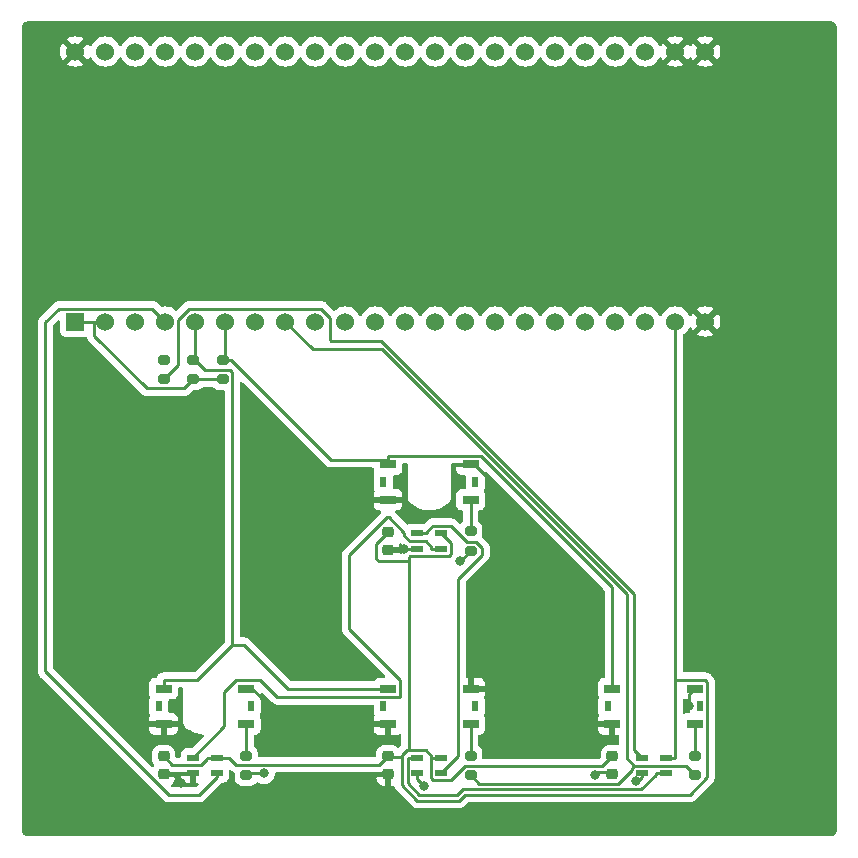
<source format=gtl>
%TF.GenerationSoftware,KiCad,Pcbnew,(6.0.7)*%
%TF.CreationDate,2022-08-25T16:09:55+02:00*%
%TF.ProjectId,esp32-minikeyboard-pcb,65737033-322d-46d6-996e-696b6579626f,rev?*%
%TF.SameCoordinates,Original*%
%TF.FileFunction,Copper,L1,Top*%
%TF.FilePolarity,Positive*%
%FSLAX46Y46*%
G04 Gerber Fmt 4.6, Leading zero omitted, Abs format (unit mm)*
G04 Created by KiCad (PCBNEW (6.0.7)) date 2022-08-25 16:09:55*
%MOMM*%
%LPD*%
G01*
G04 APERTURE LIST*
G04 Aperture macros list*
%AMRoundRect*
0 Rectangle with rounded corners*
0 $1 Rounding radius*
0 $2 $3 $4 $5 $6 $7 $8 $9 X,Y pos of 4 corners*
0 Add a 4 corners polygon primitive as box body*
4,1,4,$2,$3,$4,$5,$6,$7,$8,$9,$2,$3,0*
0 Add four circle primitives for the rounded corners*
1,1,$1+$1,$2,$3*
1,1,$1+$1,$4,$5*
1,1,$1+$1,$6,$7*
1,1,$1+$1,$8,$9*
0 Add four rect primitives between the rounded corners*
20,1,$1+$1,$2,$3,$4,$5,0*
20,1,$1+$1,$4,$5,$6,$7,0*
20,1,$1+$1,$6,$7,$8,$9,0*
20,1,$1+$1,$8,$9,$2,$3,0*%
G04 Aperture macros list end*
%TA.AperFunction,SMDPad,CuDef*%
%ADD10R,1.400000X0.800000*%
%TD*%
%TA.AperFunction,SMDPad,CuDef*%
%ADD11R,0.600000X0.900000*%
%TD*%
%TA.AperFunction,SMDPad,CuDef*%
%ADD12RoundRect,0.200000X0.275000X-0.200000X0.275000X0.200000X-0.275000X0.200000X-0.275000X-0.200000X0*%
%TD*%
%TA.AperFunction,SMDPad,CuDef*%
%ADD13RoundRect,0.200000X-0.275000X0.200000X-0.275000X-0.200000X0.275000X-0.200000X0.275000X0.200000X0*%
%TD*%
%TA.AperFunction,SMDPad,CuDef*%
%ADD14R,1.000000X0.600000*%
%TD*%
%TA.AperFunction,SMDPad,CuDef*%
%ADD15RoundRect,0.225000X-0.250000X0.225000X-0.250000X-0.225000X0.250000X-0.225000X0.250000X0.225000X0*%
%TD*%
%TA.AperFunction,ComponentPad*%
%ADD16R,1.530000X1.530000*%
%TD*%
%TA.AperFunction,ComponentPad*%
%ADD17C,1.530000*%
%TD*%
%TA.AperFunction,ViaPad*%
%ADD18C,0.800000*%
%TD*%
%TA.AperFunction,Conductor*%
%ADD19C,0.250000*%
%TD*%
G04 APERTURE END LIST*
D10*
%TO.P,D4,A,A*%
%TO.N,Net-(D4-PadA)*%
X107500000Y-110000000D03*
%TO.P,D4,K,K*%
%TO.N,GND*%
X107500000Y-107000000D03*
D11*
%TO.P,D4,P1*%
%TO.N,N/C*%
X107900000Y-108500000D03*
%TD*%
D10*
%TO.P,Q2,C*%
%TO.N,col1*%
X81500000Y-107000000D03*
%TO.P,Q2,E*%
%TO.N,GND*%
X81500000Y-110000000D03*
D11*
%TO.P,Q2,P1*%
%TO.N,N/C*%
X81100000Y-108500000D03*
%TD*%
D12*
%TO.P,R7,1*%
%TO.N,Net-(D8-Pad1)*%
X62500000Y-80825000D03*
%TO.P,R7,2*%
%TO.N,unconnected-(R7-Pad2)*%
X62500000Y-79175000D03*
%TD*%
%TO.P,R6,1*%
%TO.N,row2*%
X107500000Y-114325000D03*
%TO.P,R6,2*%
%TO.N,Net-(D4-PadA)*%
X107500000Y-112675000D03*
%TD*%
D10*
%TO.P,D1,A,A*%
%TO.N,Net-(D1-PadA)*%
X69500000Y-110000000D03*
%TO.P,D1,K,K*%
%TO.N,GND*%
X69500000Y-107000000D03*
D11*
%TO.P,D1,P1*%
%TO.N,N/C*%
X69900000Y-108500000D03*
%TD*%
D10*
%TO.P,Q1,C*%
%TO.N,col1*%
X62500000Y-107000000D03*
%TO.P,Q1,E*%
%TO.N,GND*%
X62500000Y-110000000D03*
D11*
%TO.P,Q1,P1*%
%TO.N,N/C*%
X62100000Y-108500000D03*
%TD*%
D13*
%TO.P,R1,1*%
%TO.N,col1*%
X65000000Y-79175000D03*
%TO.P,R1,2*%
%TO.N,3V3*%
X65000000Y-80825000D03*
%TD*%
D14*
%TO.P,D6,1,DOUT*%
%TO.N,Net-(D6-Pad1)*%
X84000000Y-112850000D03*
%TO.P,D6,2,VSS*%
%TO.N,GND*%
X84000000Y-114150000D03*
%TO.P,D6,3,DIN*%
%TO.N,Net-(D6-Pad3)*%
X86000000Y-114150000D03*
%TO.P,D6,4,VDD*%
%TO.N,5V*%
X86000000Y-112850000D03*
%TD*%
D15*
%TO.P,C1,1*%
%TO.N,5V*%
X62500000Y-112725000D03*
%TO.P,C1,2*%
%TO.N,GND*%
X62500000Y-114275000D03*
%TD*%
D14*
%TO.P,D8,1,DOUT*%
%TO.N,Net-(D8-Pad1)*%
X103000000Y-112850000D03*
%TO.P,D8,2,VSS*%
%TO.N,GND*%
X103000000Y-114150000D03*
%TO.P,D8,3,DIN*%
%TO.N,Net-(D6-Pad1)*%
X105000000Y-114150000D03*
%TO.P,D8,4,VDD*%
%TO.N,5V*%
X105000000Y-112850000D03*
%TD*%
D15*
%TO.P,C2,1*%
%TO.N,5V*%
X81500000Y-112725000D03*
%TO.P,C2,2*%
%TO.N,GND*%
X81500000Y-114275000D03*
%TD*%
D16*
%TO.P,U1,J1_1,3V3*%
%TO.N,3V3*%
X55030000Y-75930000D03*
D17*
%TO.P,U1,J1_2,3V3*%
X57570000Y-75930000D03*
%TO.P,U1,J1_3,RST*%
%TO.N,unconnected-(U1-PadJ1_3)*%
X60110000Y-75930000D03*
%TO.P,U1,J1_4,GPIO4*%
%TO.N,LED_PIN*%
X62650000Y-75930000D03*
%TO.P,U1,J1_5,GPIO5*%
%TO.N,col1*%
X65190000Y-75930000D03*
%TO.P,U1,J1_6,GPIO6*%
%TO.N,col2*%
X67730000Y-75930000D03*
%TO.P,U1,J1_7,GPIO7*%
%TO.N,row1*%
X70270000Y-75930000D03*
%TO.P,U1,J1_8,GPIO15*%
%TO.N,row2*%
X72810000Y-75930000D03*
%TO.P,U1,J1_9,GPIO16*%
%TO.N,unconnected-(U1-PadJ1_9)*%
X75350000Y-75930000D03*
%TO.P,U1,J1_10,GPIO17*%
%TO.N,unconnected-(U1-PadJ1_10)*%
X77890000Y-75930000D03*
%TO.P,U1,J1_11,GPIO18*%
%TO.N,unconnected-(U1-PadJ1_11)*%
X80430000Y-75930000D03*
%TO.P,U1,J1_12,GPIO8*%
%TO.N,unconnected-(U1-PadJ1_12)*%
X82970000Y-75930000D03*
%TO.P,U1,J1_13,GPIO3*%
%TO.N,unconnected-(U1-PadJ1_13)*%
X85510000Y-75930000D03*
%TO.P,U1,J1_14,GPIO46*%
%TO.N,unconnected-(U1-PadJ1_14)*%
X88050000Y-75930000D03*
%TO.P,U1,J1_15,GPIO9*%
%TO.N,unconnected-(U1-PadJ1_15)*%
X90590000Y-75930000D03*
%TO.P,U1,J1_16,GPIO10*%
%TO.N,unconnected-(U1-PadJ1_16)*%
X93130000Y-75930000D03*
%TO.P,U1,J1_17,GPIO11*%
%TO.N,unconnected-(U1-PadJ1_17)*%
X95670000Y-75930000D03*
%TO.P,U1,J1_18,GPIO12*%
%TO.N,unconnected-(U1-PadJ1_18)*%
X98210000Y-75930000D03*
%TO.P,U1,J1_19,GPIO13*%
%TO.N,unconnected-(U1-PadJ1_19)*%
X100750000Y-75930000D03*
%TO.P,U1,J1_20,GPIO14*%
%TO.N,unconnected-(U1-PadJ1_20)*%
X103290000Y-75930000D03*
%TO.P,U1,J1_21,5V0*%
%TO.N,5V*%
X105830000Y-75930000D03*
%TO.P,U1,J1_22,GND*%
%TO.N,GND*%
X108370000Y-75930000D03*
%TO.P,U1,J3_1,GND*%
X55030000Y-53070000D03*
%TO.P,U1,J3_2,U0TXD/GPIO43*%
%TO.N,unconnected-(U1-PadJ3_2)*%
X57570000Y-53070000D03*
%TO.P,U1,J3_3,U0RXD/GPIO44*%
%TO.N,unconnected-(U1-PadJ3_3)*%
X60110000Y-53070000D03*
%TO.P,U1,J3_4,GPIO1*%
%TO.N,unconnected-(U1-PadJ3_4)*%
X62650000Y-53070000D03*
%TO.P,U1,J3_5,GPIO2*%
%TO.N,unconnected-(U1-PadJ3_5)*%
X65190000Y-53070000D03*
%TO.P,U1,J3_6,MTMS/GPIO42*%
%TO.N,unconnected-(U1-PadJ3_6)*%
X67730000Y-53070000D03*
%TO.P,U1,J3_7,MTDI/GPIO41*%
%TO.N,unconnected-(U1-PadJ3_7)*%
X70270000Y-53070000D03*
%TO.P,U1,J3_8,MTDO/GPIO40*%
%TO.N,unconnected-(U1-PadJ3_8)*%
X72810000Y-53070000D03*
%TO.P,U1,J3_9,MTCK/GPIO39*%
%TO.N,unconnected-(U1-PadJ3_9)*%
X75350000Y-53070000D03*
%TO.P,U1,J3_10,GPIO38*%
%TO.N,unconnected-(U1-PadJ3_10)*%
X77890000Y-53070000D03*
%TO.P,U1,J3_11,GPIO37*%
%TO.N,unconnected-(U1-PadJ3_11)*%
X80430000Y-53070000D03*
%TO.P,U1,J3_12,GPIO36*%
%TO.N,unconnected-(U1-PadJ3_12)*%
X82970000Y-53070000D03*
%TO.P,U1,J3_13,GPIO35*%
%TO.N,unconnected-(U1-PadJ3_13)*%
X85510000Y-53070000D03*
%TO.P,U1,J3_14,GPIO0*%
%TO.N,unconnected-(U1-PadJ3_14)*%
X88050000Y-53070000D03*
%TO.P,U1,J3_15,GPIO45*%
%TO.N,unconnected-(U1-PadJ3_15)*%
X90590000Y-53070000D03*
%TO.P,U1,J3_16,GPIO48*%
%TO.N,unconnected-(U1-PadJ3_16)*%
X93130000Y-53070000D03*
%TO.P,U1,J3_17,GPIO47*%
%TO.N,unconnected-(U1-PadJ3_17)*%
X95670000Y-53070000D03*
%TO.P,U1,J3_18,GPIO21*%
%TO.N,unconnected-(U1-PadJ3_18)*%
X98210000Y-53070000D03*
%TO.P,U1,J3_19,USB_D+/GPIO20*%
%TO.N,unconnected-(U1-PadJ3_19)*%
X100750000Y-53070000D03*
%TO.P,U1,J3_20,USB_D-/GPIO19*%
%TO.N,unconnected-(U1-PadJ3_20)*%
X103290000Y-53070000D03*
%TO.P,U1,J3_21,GND*%
%TO.N,GND*%
X105830000Y-53070000D03*
%TO.P,U1,J3_22,GND*%
X108370000Y-53070000D03*
%TD*%
D14*
%TO.P,D5,1,DOUT*%
%TO.N,Net-(D5-Pad1)*%
X65000000Y-112850000D03*
%TO.P,D5,2,VSS*%
%TO.N,GND*%
X65000000Y-114150000D03*
%TO.P,D5,3,DIN*%
%TO.N,LED_PIN*%
X67000000Y-114150000D03*
%TO.P,D5,4,VDD*%
%TO.N,5V*%
X67000000Y-112850000D03*
%TD*%
D10*
%TO.P,D3,A,A*%
%TO.N,Net-(D3-PadA)*%
X88500000Y-91000000D03*
%TO.P,D3,K,K*%
%TO.N,GND*%
X88500000Y-88000000D03*
D11*
%TO.P,D3,P1*%
%TO.N,N/C*%
X88900000Y-89500000D03*
%TD*%
D12*
%TO.P,R2,1*%
%TO.N,row1*%
X69500000Y-114325000D03*
%TO.P,R2,2*%
%TO.N,Net-(D1-PadA)*%
X69500000Y-112675000D03*
%TD*%
%TO.P,R3,1*%
%TO.N,row2*%
X88500000Y-114325000D03*
%TO.P,R3,2*%
%TO.N,Net-(D2-PadA)*%
X88500000Y-112675000D03*
%TD*%
%TO.P,R5,1*%
%TO.N,row1*%
X88500000Y-95325000D03*
%TO.P,R5,2*%
%TO.N,Net-(D3-PadA)*%
X88500000Y-93675000D03*
%TD*%
D10*
%TO.P,Q3,C*%
%TO.N,col2*%
X81500000Y-88000000D03*
%TO.P,Q3,E*%
%TO.N,GND*%
X81500000Y-91000000D03*
D11*
%TO.P,Q3,P1*%
%TO.N,N/C*%
X81100000Y-89500000D03*
%TD*%
D15*
%TO.P,C3,1*%
%TO.N,5V*%
X81500000Y-93725000D03*
%TO.P,C3,2*%
%TO.N,GND*%
X81500000Y-95275000D03*
%TD*%
D10*
%TO.P,D2,A,A*%
%TO.N,Net-(D2-PadA)*%
X88500000Y-110000000D03*
%TO.P,D2,K,K*%
%TO.N,GND*%
X88500000Y-107000000D03*
D11*
%TO.P,D2,P1*%
%TO.N,N/C*%
X88900000Y-108500000D03*
%TD*%
D15*
%TO.P,C4,1*%
%TO.N,5V*%
X100500000Y-112725000D03*
%TO.P,C4,2*%
%TO.N,GND*%
X100500000Y-114275000D03*
%TD*%
D14*
%TO.P,D7,1,DOUT*%
%TO.N,Net-(D6-Pad3)*%
X84000000Y-93850000D03*
%TO.P,D7,2,VSS*%
%TO.N,GND*%
X84000000Y-95150000D03*
%TO.P,D7,3,DIN*%
%TO.N,Net-(D5-Pad1)*%
X86000000Y-95150000D03*
%TO.P,D7,4,VDD*%
%TO.N,5V*%
X86000000Y-93850000D03*
%TD*%
D10*
%TO.P,Q4,C*%
%TO.N,col2*%
X100500000Y-107000000D03*
%TO.P,Q4,E*%
%TO.N,GND*%
X100500000Y-110000000D03*
D11*
%TO.P,Q4,P1*%
%TO.N,N/C*%
X100100000Y-108500000D03*
%TD*%
D13*
%TO.P,R4,1*%
%TO.N,col2*%
X67500000Y-79175000D03*
%TO.P,R4,2*%
%TO.N,3V3*%
X67500000Y-80825000D03*
%TD*%
D18*
%TO.N,row1*%
X87571800Y-96214500D03*
X71000000Y-114171900D03*
%TO.N,GND*%
X102478301Y-114813200D03*
X82850000Y-95150000D03*
X107000000Y-108500000D03*
X90500000Y-90000000D03*
X71500000Y-108500000D03*
X91500000Y-107000000D03*
X99000000Y-114344800D03*
X80000000Y-110000000D03*
X61000000Y-110000000D03*
X84580497Y-115275500D03*
X64000000Y-115000000D03*
%TD*%
D19*
%TO.N,Net-(D1-PadA)*%
X69500000Y-110000000D02*
X69500000Y-112675000D01*
%TO.N,Net-(D2-PadA)*%
X88500000Y-110000000D02*
X88500000Y-112675000D01*
%TO.N,Net-(D3-PadA)*%
X88500000Y-91000000D02*
X88500000Y-93675000D01*
%TO.N,Net-(D4-PadA)*%
X107500000Y-110000000D02*
X107500000Y-112675000D01*
%TO.N,Net-(D5-Pad1)*%
X85174900Y-95150000D02*
X86000000Y-95150000D01*
X78235500Y-95692400D02*
X81427900Y-92500000D01*
X84706200Y-94524900D02*
X85174900Y-94993600D01*
X72118904Y-107725000D02*
X82525000Y-107725000D01*
X85174900Y-94993600D02*
X85174900Y-95150000D01*
X82525000Y-107725000D02*
X82525000Y-106275000D01*
X67655200Y-107266500D02*
X68646900Y-106274800D01*
X68646900Y-106274800D02*
X70668704Y-106274800D01*
X82886900Y-93795900D02*
X82886900Y-94050700D01*
X81591000Y-92500000D02*
X82886900Y-93795900D01*
X82886900Y-94050700D02*
X83361100Y-94524900D01*
X83361100Y-94524900D02*
X84706200Y-94524900D01*
X82525000Y-106275000D02*
X78235500Y-101985500D01*
X70668704Y-106274800D02*
X72118904Y-107725000D01*
X78235500Y-101985500D02*
X78235500Y-95692400D01*
X65000000Y-112850000D02*
X67655200Y-110194800D01*
X81427900Y-92500000D02*
X81591000Y-92500000D01*
X67655200Y-110194800D02*
X67655200Y-107266500D01*
%TO.N,LED_PIN*%
X52500000Y-76000000D02*
X52500000Y-105527817D01*
X67000000Y-114500000D02*
X67000000Y-114150000D01*
X52500000Y-105527817D02*
X62972183Y-116000000D01*
X53660000Y-74840000D02*
X52500000Y-76000000D01*
X62972183Y-116000000D02*
X65500000Y-116000000D01*
X61560000Y-74840000D02*
X53660000Y-74840000D01*
X65500000Y-116000000D02*
X67000000Y-114500000D01*
X62650000Y-75930000D02*
X61560000Y-74840000D01*
%TO.N,Net-(D6-Pad1)*%
X84136396Y-116000000D02*
X87363604Y-116000000D01*
X102943300Y-115537900D02*
X104174900Y-114306300D01*
X104174900Y-114306300D02*
X104174900Y-114150000D01*
X87825704Y-115537900D02*
X102943300Y-115537900D01*
X83174900Y-112850000D02*
X83174900Y-115038504D01*
X84000000Y-112850000D02*
X83174900Y-112850000D01*
X87363604Y-116000000D02*
X87825704Y-115537900D01*
X104174900Y-114150000D02*
X105000000Y-114150000D01*
X83174900Y-115038504D02*
X84136396Y-116000000D01*
%TO.N,Net-(D6-Pad3)*%
X85293800Y-93224900D02*
X84825100Y-93693600D01*
X86000000Y-114150000D02*
X87449900Y-112700100D01*
X89500000Y-95655400D02*
X89500000Y-95107538D01*
X88991462Y-94599000D02*
X88201800Y-94599000D01*
X84825100Y-93693600D02*
X84825100Y-93850000D01*
X84825100Y-93850000D02*
X84000000Y-93850000D01*
X87449900Y-97705500D02*
X89500000Y-95655400D01*
X89500000Y-95107538D02*
X88991462Y-94599000D01*
X87449900Y-112700100D02*
X87449900Y-97705500D01*
X86827700Y-93224900D02*
X85293800Y-93224900D01*
X88201800Y-94599000D02*
X86827700Y-93224900D01*
%TO.N,Net-(D8-Pad1)*%
X64695800Y-74831800D02*
X63750000Y-75777600D01*
X102344900Y-112194900D02*
X102344900Y-98995100D01*
X80938000Y-77588200D02*
X76708200Y-77588200D01*
X76620000Y-77500000D02*
X76620000Y-75610900D01*
X63750000Y-75777600D02*
X63750000Y-79575000D01*
X76620000Y-75610900D02*
X75840900Y-74831800D01*
X75840900Y-74831800D02*
X64695800Y-74831800D01*
X102344900Y-98995100D02*
X80938000Y-77588200D01*
X103000000Y-112850000D02*
X102344900Y-112194900D01*
X63750000Y-79575000D02*
X62500000Y-80825000D01*
X76708200Y-77588200D02*
X76620000Y-77500000D01*
%TO.N,col1*%
X68143750Y-80000000D02*
X66015000Y-80000000D01*
X65190000Y-79175000D02*
X65190000Y-75930000D01*
X68330900Y-80187150D02*
X68143750Y-80000000D01*
X69300600Y-103300600D02*
X73000000Y-107000000D01*
X65190000Y-79175000D02*
X65000000Y-79175000D01*
X62500000Y-107000000D02*
X62500000Y-106274900D01*
X66015000Y-80000000D02*
X65190000Y-79175000D01*
X68330900Y-103300600D02*
X69300600Y-103300600D01*
X68330900Y-103300600D02*
X68330900Y-80187150D01*
X73000000Y-107000000D02*
X81500000Y-107000000D01*
X65356600Y-106274900D02*
X68330900Y-103300600D01*
X62500000Y-106274900D02*
X65356600Y-106274900D01*
%TO.N,col2*%
X81500000Y-88000000D02*
X81500000Y-87637400D01*
X76664900Y-87637400D02*
X68202500Y-79175000D01*
X81500000Y-87637400D02*
X81500000Y-87274900D01*
X81500000Y-87274900D02*
X89343600Y-87274900D01*
X81500000Y-87637400D02*
X76664900Y-87637400D01*
X67730000Y-79175000D02*
X67730000Y-75930000D01*
X89343600Y-87274900D02*
X100500000Y-98431300D01*
X67730000Y-79175000D02*
X67500000Y-79175000D01*
X68202500Y-79175000D02*
X67730000Y-79175000D01*
X100500000Y-98431300D02*
X100500000Y-107000000D01*
%TO.N,row1*%
X69653100Y-114171900D02*
X69500000Y-114325000D01*
X71000000Y-114171900D02*
X69653100Y-114171900D01*
X87571800Y-96214500D02*
X87610500Y-96214500D01*
X87610500Y-96214500D02*
X88500000Y-95325000D01*
%TO.N,row2*%
X81001000Y-78288000D02*
X75168000Y-78288000D01*
X100973700Y-115069300D02*
X102174800Y-113868200D01*
X106699800Y-113524800D02*
X102346400Y-113524800D01*
X102174800Y-113696400D02*
X102346400Y-113524800D01*
X102174800Y-113868200D02*
X102174800Y-113696400D01*
X101724700Y-99011700D02*
X81001000Y-78288000D01*
X102346400Y-113524800D02*
X101724700Y-112903100D01*
X88500000Y-114325000D02*
X89244300Y-115069300D01*
X101724700Y-112903100D02*
X101724700Y-99011700D01*
X107500000Y-114325000D02*
X106699800Y-113524800D01*
X75168000Y-78288000D02*
X72810000Y-75930000D01*
X89244300Y-115069300D02*
X100973700Y-115069300D01*
%TO.N,5V*%
X85174900Y-112850000D02*
X85174900Y-114597100D01*
X105000000Y-112850000D02*
X105825100Y-112850000D01*
X85174900Y-112712300D02*
X85174900Y-112850000D01*
X84000000Y-116500000D02*
X82694600Y-115194600D01*
X68644700Y-113447400D02*
X68047300Y-112850000D01*
X80500000Y-94725000D02*
X80500000Y-96000000D01*
X82694600Y-112817200D02*
X82694600Y-112636100D01*
X82694600Y-115194600D02*
X82694600Y-112817200D01*
X88008400Y-113583100D02*
X99641900Y-113583100D01*
X66174900Y-113006400D02*
X66174900Y-112850000D01*
X81407800Y-112817200D02*
X81500000Y-112725000D01*
X105825100Y-106271700D02*
X105825100Y-112850000D01*
X81407800Y-112817200D02*
X82694600Y-112817200D01*
X65706200Y-113475100D02*
X66174900Y-113006400D01*
X81407800Y-112817200D02*
X80777600Y-113447400D01*
X108527000Y-114515462D02*
X107054562Y-115987900D01*
X82694600Y-112636100D02*
X83105900Y-112224800D01*
X86000000Y-112850000D02*
X85287500Y-112850000D01*
X86816300Y-114775200D02*
X88008400Y-113583100D01*
X85287500Y-112850000D02*
X85174900Y-112850000D01*
X83262800Y-95870800D02*
X83352700Y-95780900D01*
X86825600Y-94675600D02*
X86000000Y-93850000D01*
X83262800Y-96237200D02*
X83262800Y-95870800D01*
X68047300Y-112850000D02*
X67825100Y-112850000D01*
X85174900Y-114597100D02*
X85353000Y-114775200D01*
X80737200Y-96237200D02*
X83262800Y-96237200D01*
X83262800Y-112224800D02*
X83262800Y-96237200D01*
X83105900Y-112224800D02*
X83262800Y-112224800D01*
X87500000Y-116500000D02*
X84000000Y-116500000D01*
X80777600Y-113447400D02*
X68644700Y-113447400D01*
X99641900Y-113583100D02*
X100500000Y-112725000D01*
X85353000Y-114775200D02*
X86816300Y-114775200D01*
X105830000Y-106266800D02*
X105825100Y-106271700D01*
X83352700Y-95780900D02*
X86636300Y-95780900D01*
X105830000Y-106266800D02*
X105830000Y-75930000D01*
X84687400Y-112224800D02*
X85174900Y-112712300D01*
X108527000Y-106418600D02*
X108527000Y-114515462D01*
X62500000Y-112725000D02*
X63250100Y-113475100D01*
X86636300Y-95780900D02*
X86825600Y-95591600D01*
X67000000Y-112850000D02*
X66174900Y-112850000D01*
X108375200Y-106266800D02*
X108527000Y-106418600D01*
X105830000Y-106266800D02*
X108375200Y-106266800D01*
X67000000Y-112850000D02*
X67825100Y-112850000D01*
X63250100Y-113475100D02*
X65706200Y-113475100D01*
X83262800Y-112224800D02*
X84687400Y-112224800D01*
X81500000Y-93725000D02*
X80500000Y-94725000D01*
X88012100Y-115987900D02*
X87500000Y-116500000D01*
X80500000Y-96000000D02*
X80737200Y-96237200D01*
X86825600Y-95591600D02*
X86825600Y-94675600D01*
X107054562Y-115987900D02*
X88012100Y-115987900D01*
%TO.N,GND*%
X84000000Y-114695003D02*
X84580497Y-115275500D01*
X88800000Y-88000000D02*
X90500000Y-89700000D01*
X100258100Y-114033100D02*
X99000000Y-114033100D01*
X100500000Y-114275000D02*
X100258100Y-114033100D01*
X62500000Y-114275000D02*
X63275000Y-114275000D01*
X69500000Y-107000000D02*
X70000000Y-107000000D01*
X81500000Y-95275000D02*
X81625000Y-95150000D01*
X88500000Y-107000000D02*
X91500000Y-107000000D01*
X84000000Y-114150000D02*
X84000000Y-114695003D01*
X81625000Y-95150000D02*
X82850000Y-95150000D01*
X103000000Y-114150000D02*
X103000000Y-114500000D01*
X81500000Y-110000000D02*
X80000000Y-110000000D01*
X90500000Y-89700000D02*
X90500000Y-90000000D01*
X99000000Y-114033100D02*
X99000000Y-114344800D01*
X107500000Y-107000000D02*
X107000000Y-107500000D01*
X102500000Y-115000000D02*
X102478301Y-114978301D01*
X63275000Y-114275000D02*
X64000000Y-115000000D01*
X70000000Y-107000000D02*
X71500000Y-108500000D01*
X88500000Y-88000000D02*
X88800000Y-88000000D01*
X107000000Y-107500000D02*
X107000000Y-108500000D01*
X84000000Y-95150000D02*
X82850000Y-95150000D01*
X102478301Y-114978301D02*
X102478301Y-114813200D01*
X62500000Y-110000000D02*
X61000000Y-110000000D01*
X103000000Y-114500000D02*
X102500000Y-115000000D01*
%TO.N,3V3*%
X56648000Y-77148000D02*
X61096500Y-81596500D01*
X65000000Y-80825000D02*
X67500000Y-80825000D01*
X56648000Y-75930000D02*
X56648000Y-77148000D01*
X64228500Y-81596500D02*
X65000000Y-80825000D01*
X55030000Y-75930000D02*
X56648000Y-75930000D01*
X56648000Y-75930000D02*
X57570000Y-75930000D01*
X61096500Y-81596500D02*
X64228500Y-81596500D01*
%TD*%
%TA.AperFunction,Conductor*%
%TO.N,GND*%
G36*
X118970018Y-50510000D02*
G01*
X118984852Y-50512310D01*
X118984855Y-50512310D01*
X118993724Y-50513691D01*
X119002626Y-50512527D01*
X119002750Y-50512511D01*
X119033192Y-50512240D01*
X119040621Y-50513077D01*
X119095264Y-50519234D01*
X119122771Y-50525513D01*
X119199853Y-50552485D01*
X119225274Y-50564727D01*
X119294426Y-50608178D01*
X119316485Y-50625770D01*
X119374230Y-50683515D01*
X119391822Y-50705574D01*
X119435273Y-50774726D01*
X119447515Y-50800147D01*
X119474487Y-50877228D01*
X119480766Y-50904736D01*
X119487018Y-50960226D01*
X119486923Y-50975868D01*
X119487800Y-50975879D01*
X119487690Y-50984851D01*
X119486309Y-50993724D01*
X119487473Y-51002626D01*
X119487473Y-51002628D01*
X119490436Y-51025283D01*
X119491500Y-51041621D01*
X119491500Y-118950633D01*
X119490000Y-118970018D01*
X119486309Y-118993724D01*
X119487473Y-119002626D01*
X119487489Y-119002750D01*
X119487760Y-119033192D01*
X119485430Y-119053870D01*
X119480766Y-119095264D01*
X119474487Y-119122771D01*
X119447515Y-119199853D01*
X119435273Y-119225274D01*
X119391822Y-119294426D01*
X119374230Y-119316485D01*
X119316485Y-119374230D01*
X119294426Y-119391822D01*
X119225274Y-119435273D01*
X119199853Y-119447515D01*
X119122772Y-119474487D01*
X119095264Y-119480766D01*
X119039774Y-119487018D01*
X119024132Y-119486923D01*
X119024121Y-119487800D01*
X119015149Y-119487690D01*
X119006276Y-119486309D01*
X118997374Y-119487473D01*
X118997372Y-119487473D01*
X118986385Y-119488910D01*
X118974714Y-119490436D01*
X118958379Y-119491500D01*
X51049367Y-119491500D01*
X51029982Y-119490000D01*
X51015148Y-119487690D01*
X51015145Y-119487690D01*
X51006276Y-119486309D01*
X50997374Y-119487473D01*
X50997250Y-119487489D01*
X50966808Y-119487760D01*
X50946130Y-119485430D01*
X50904736Y-119480766D01*
X50877229Y-119474487D01*
X50800147Y-119447515D01*
X50774726Y-119435273D01*
X50705574Y-119391822D01*
X50683515Y-119374230D01*
X50625770Y-119316485D01*
X50608178Y-119294426D01*
X50564727Y-119225274D01*
X50552485Y-119199853D01*
X50525513Y-119122772D01*
X50519234Y-119095266D01*
X50513170Y-119041451D01*
X50512888Y-119016640D01*
X50513576Y-119012552D01*
X50513729Y-119000000D01*
X50509773Y-118972376D01*
X50508500Y-118954514D01*
X50508500Y-75979943D01*
X51861780Y-75979943D01*
X51862526Y-75987835D01*
X51865941Y-76023961D01*
X51866500Y-76035819D01*
X51866500Y-105449050D01*
X51865973Y-105460233D01*
X51864298Y-105467726D01*
X51864547Y-105475652D01*
X51864547Y-105475653D01*
X51866438Y-105535803D01*
X51866500Y-105539762D01*
X51866500Y-105567673D01*
X51866997Y-105571607D01*
X51866997Y-105571608D01*
X51867005Y-105571673D01*
X51867938Y-105583510D01*
X51869327Y-105627706D01*
X51874978Y-105647156D01*
X51878987Y-105666517D01*
X51879756Y-105672600D01*
X51881526Y-105686614D01*
X51884445Y-105693985D01*
X51884445Y-105693987D01*
X51897804Y-105727729D01*
X51901649Y-105738959D01*
X51910742Y-105770258D01*
X51913982Y-105781410D01*
X51918015Y-105788229D01*
X51918017Y-105788234D01*
X51924293Y-105798845D01*
X51932988Y-105816593D01*
X51940448Y-105835434D01*
X51945110Y-105841850D01*
X51945110Y-105841851D01*
X51966436Y-105871204D01*
X51972952Y-105881124D01*
X51980448Y-105893798D01*
X51995458Y-105919179D01*
X52009779Y-105933500D01*
X52022619Y-105948533D01*
X52034528Y-105964924D01*
X52065600Y-105990629D01*
X52068605Y-105993115D01*
X52077384Y-106001105D01*
X62468526Y-116392247D01*
X62476070Y-116400537D01*
X62480183Y-116407018D01*
X62485960Y-116412443D01*
X62529850Y-116453658D01*
X62532692Y-116456413D01*
X62552413Y-116476134D01*
X62555608Y-116478612D01*
X62564630Y-116486318D01*
X62596862Y-116516586D01*
X62603811Y-116520406D01*
X62614615Y-116526346D01*
X62631139Y-116537199D01*
X62647142Y-116549613D01*
X62687726Y-116567176D01*
X62698356Y-116572383D01*
X62737123Y-116593695D01*
X62744800Y-116595666D01*
X62744805Y-116595668D01*
X62756741Y-116598732D01*
X62775449Y-116605137D01*
X62794038Y-116613181D01*
X62801866Y-116614421D01*
X62801873Y-116614423D01*
X62837707Y-116620099D01*
X62849327Y-116622505D01*
X62881142Y-116630673D01*
X62892153Y-116633500D01*
X62912407Y-116633500D01*
X62932117Y-116635051D01*
X62952126Y-116638220D01*
X62960018Y-116637474D01*
X62978763Y-116635702D01*
X62996145Y-116634059D01*
X63008002Y-116633500D01*
X65421233Y-116633500D01*
X65432416Y-116634027D01*
X65439909Y-116635702D01*
X65447835Y-116635453D01*
X65447836Y-116635453D01*
X65507986Y-116633562D01*
X65511945Y-116633500D01*
X65539856Y-116633500D01*
X65543791Y-116633003D01*
X65543856Y-116632995D01*
X65555693Y-116632062D01*
X65587951Y-116631048D01*
X65591970Y-116630922D01*
X65599889Y-116630673D01*
X65619343Y-116625021D01*
X65638700Y-116621013D01*
X65650930Y-116619468D01*
X65650931Y-116619468D01*
X65658797Y-116618474D01*
X65666168Y-116615555D01*
X65666170Y-116615555D01*
X65699912Y-116602196D01*
X65711142Y-116598351D01*
X65745983Y-116588229D01*
X65745984Y-116588229D01*
X65753593Y-116586018D01*
X65760412Y-116581985D01*
X65760417Y-116581983D01*
X65771028Y-116575707D01*
X65788776Y-116567012D01*
X65807617Y-116559552D01*
X65824272Y-116547452D01*
X65843387Y-116533564D01*
X65853307Y-116527048D01*
X65884535Y-116508580D01*
X65884538Y-116508578D01*
X65891362Y-116504542D01*
X65905683Y-116490221D01*
X65920717Y-116477380D01*
X65922432Y-116476134D01*
X65937107Y-116465472D01*
X65965298Y-116431395D01*
X65973288Y-116422616D01*
X67392247Y-115003657D01*
X67400536Y-114996113D01*
X67407018Y-114992000D01*
X67411541Y-114987184D01*
X67476240Y-114959405D01*
X67491317Y-114958500D01*
X67548134Y-114958500D01*
X67610316Y-114951745D01*
X67746705Y-114900615D01*
X67863261Y-114813261D01*
X67950615Y-114696705D01*
X68001745Y-114560316D01*
X68008500Y-114498134D01*
X68008500Y-114011294D01*
X68028502Y-113943173D01*
X68082158Y-113896680D01*
X68152432Y-113886576D01*
X68217012Y-113916070D01*
X68220079Y-113918925D01*
X68222125Y-113920729D01*
X68224930Y-113923534D01*
X68228125Y-113926012D01*
X68237147Y-113933718D01*
X68269379Y-113963986D01*
X68276328Y-113967806D01*
X68287132Y-113973746D01*
X68303656Y-113984599D01*
X68319659Y-113997013D01*
X68360243Y-114014576D01*
X68370873Y-114019783D01*
X68409640Y-114041095D01*
X68417320Y-114043067D01*
X68417323Y-114043068D01*
X68421836Y-114044227D01*
X68482842Y-114080542D01*
X68514530Y-114144074D01*
X68516500Y-114166268D01*
X68516501Y-114404000D01*
X68516501Y-114581634D01*
X68516764Y-114584492D01*
X68516764Y-114584501D01*
X68517584Y-114593427D01*
X68523247Y-114655062D01*
X68525246Y-114661440D01*
X68525246Y-114661441D01*
X68570574Y-114806081D01*
X68574528Y-114818699D01*
X68663361Y-114965381D01*
X68784619Y-115086639D01*
X68931301Y-115175472D01*
X68938548Y-115177743D01*
X68938550Y-115177744D01*
X69004836Y-115198517D01*
X69094938Y-115226753D01*
X69168365Y-115233500D01*
X69171263Y-115233500D01*
X69500860Y-115233499D01*
X69831634Y-115233499D01*
X69834492Y-115233236D01*
X69834501Y-115233236D01*
X69870004Y-115229974D01*
X69905062Y-115226753D01*
X69911447Y-115224752D01*
X70061450Y-115177744D01*
X70061452Y-115177743D01*
X70068699Y-115175472D01*
X70215381Y-115086639D01*
X70336639Y-114965381D01*
X70338505Y-114962299D01*
X70394896Y-114922026D01*
X70465808Y-114918550D01*
X70510332Y-114939103D01*
X70537553Y-114958880D01*
X70543248Y-114963018D01*
X70549276Y-114965702D01*
X70549278Y-114965703D01*
X70666329Y-115017817D01*
X70717712Y-115040694D01*
X70811112Y-115060547D01*
X70898056Y-115079028D01*
X70898061Y-115079028D01*
X70904513Y-115080400D01*
X71095487Y-115080400D01*
X71101939Y-115079028D01*
X71101944Y-115079028D01*
X71188888Y-115060547D01*
X71282288Y-115040694D01*
X71333671Y-115017817D01*
X71450722Y-114965703D01*
X71450724Y-114965702D01*
X71456752Y-114963018D01*
X71462448Y-114958880D01*
X71550665Y-114894786D01*
X71611253Y-114850766D01*
X71620494Y-114840503D01*
X71734621Y-114713752D01*
X71734622Y-114713751D01*
X71739040Y-114708844D01*
X71833383Y-114545438D01*
X80517000Y-114545438D01*
X80517337Y-114551953D01*
X80526894Y-114644057D01*
X80529788Y-114657456D01*
X80579381Y-114806107D01*
X80585555Y-114819286D01*
X80667788Y-114952173D01*
X80676824Y-114963574D01*
X80787429Y-115073986D01*
X80798840Y-115082998D01*
X80931880Y-115165004D01*
X80945061Y-115171151D01*
X81093814Y-115220491D01*
X81107190Y-115223358D01*
X81198097Y-115232672D01*
X81204513Y-115233000D01*
X81227885Y-115233000D01*
X81243124Y-115228525D01*
X81244329Y-115227135D01*
X81246000Y-115219452D01*
X81246000Y-114547115D01*
X81241525Y-114531876D01*
X81240135Y-114530671D01*
X81232452Y-114529000D01*
X80535115Y-114529000D01*
X80519876Y-114533475D01*
X80518671Y-114534865D01*
X80517000Y-114542548D01*
X80517000Y-114545438D01*
X71833383Y-114545438D01*
X71834527Y-114543456D01*
X71893542Y-114361828D01*
X71901305Y-114287970D01*
X71911210Y-114193729D01*
X71938223Y-114128073D01*
X71996445Y-114087443D01*
X72036520Y-114080900D01*
X80698833Y-114080900D01*
X80710016Y-114081427D01*
X80717509Y-114083102D01*
X80725435Y-114082853D01*
X80725436Y-114082853D01*
X80785586Y-114080962D01*
X80789545Y-114080900D01*
X80817456Y-114080900D01*
X80821391Y-114080403D01*
X80821456Y-114080395D01*
X80833293Y-114079462D01*
X80865551Y-114078448D01*
X80869570Y-114078322D01*
X80877489Y-114078073D01*
X80896943Y-114072421D01*
X80916300Y-114068413D01*
X80928530Y-114066868D01*
X80928531Y-114066868D01*
X80936397Y-114065874D01*
X80943768Y-114062955D01*
X80943770Y-114062955D01*
X80977512Y-114049596D01*
X80988742Y-114045751D01*
X81023582Y-114035629D01*
X81023581Y-114035629D01*
X81031193Y-114033418D01*
X81035330Y-114030971D01*
X81083481Y-114021000D01*
X81628000Y-114021000D01*
X81696121Y-114041002D01*
X81742614Y-114094658D01*
X81754000Y-114147000D01*
X81754000Y-115214885D01*
X81758475Y-115230124D01*
X81759865Y-115231329D01*
X81767548Y-115233000D01*
X81795438Y-115233000D01*
X81801953Y-115232663D01*
X81894057Y-115223106D01*
X81914194Y-115218757D01*
X81914538Y-115220352D01*
X81977070Y-115218076D01*
X82038153Y-115254261D01*
X82066991Y-115305034D01*
X82069579Y-115313943D01*
X82073587Y-115333300D01*
X82076126Y-115353397D01*
X82079045Y-115360768D01*
X82079045Y-115360770D01*
X82092404Y-115394512D01*
X82096249Y-115405742D01*
X82108582Y-115448193D01*
X82112615Y-115455012D01*
X82112617Y-115455017D01*
X82118893Y-115465628D01*
X82127588Y-115483376D01*
X82135048Y-115502217D01*
X82139710Y-115508633D01*
X82139710Y-115508634D01*
X82161036Y-115537987D01*
X82167552Y-115547907D01*
X82190058Y-115585962D01*
X82204379Y-115600283D01*
X82217219Y-115615316D01*
X82229128Y-115631707D01*
X82235234Y-115636758D01*
X82263205Y-115659898D01*
X82271984Y-115667888D01*
X83496343Y-116892247D01*
X83503887Y-116900537D01*
X83508000Y-116907018D01*
X83513777Y-116912443D01*
X83557667Y-116953658D01*
X83560509Y-116956413D01*
X83580230Y-116976134D01*
X83583425Y-116978612D01*
X83592447Y-116986318D01*
X83624679Y-117016586D01*
X83631628Y-117020406D01*
X83642432Y-117026346D01*
X83658956Y-117037199D01*
X83674959Y-117049613D01*
X83715543Y-117067176D01*
X83726173Y-117072383D01*
X83764940Y-117093695D01*
X83772617Y-117095666D01*
X83772622Y-117095668D01*
X83784558Y-117098732D01*
X83803266Y-117105137D01*
X83821855Y-117113181D01*
X83829680Y-117114420D01*
X83829682Y-117114421D01*
X83865519Y-117120097D01*
X83877140Y-117122504D01*
X83908959Y-117130673D01*
X83919970Y-117133500D01*
X83940231Y-117133500D01*
X83959940Y-117135051D01*
X83979943Y-117138219D01*
X83987835Y-117137473D01*
X83993062Y-117136979D01*
X84023954Y-117134059D01*
X84035811Y-117133500D01*
X87421233Y-117133500D01*
X87432416Y-117134027D01*
X87439909Y-117135702D01*
X87447835Y-117135453D01*
X87447836Y-117135453D01*
X87507986Y-117133562D01*
X87511945Y-117133500D01*
X87539856Y-117133500D01*
X87543791Y-117133003D01*
X87543856Y-117132995D01*
X87555693Y-117132062D01*
X87587951Y-117131048D01*
X87591970Y-117130922D01*
X87599889Y-117130673D01*
X87619343Y-117125021D01*
X87638700Y-117121013D01*
X87650930Y-117119468D01*
X87650931Y-117119468D01*
X87658797Y-117118474D01*
X87666168Y-117115555D01*
X87666170Y-117115555D01*
X87699912Y-117102196D01*
X87711142Y-117098351D01*
X87745983Y-117088229D01*
X87745984Y-117088229D01*
X87753593Y-117086018D01*
X87760412Y-117081985D01*
X87760417Y-117081983D01*
X87771028Y-117075707D01*
X87788776Y-117067012D01*
X87807617Y-117059552D01*
X87827987Y-117044753D01*
X87843387Y-117033564D01*
X87853307Y-117027048D01*
X87884535Y-117008580D01*
X87884538Y-117008578D01*
X87891362Y-117004542D01*
X87905683Y-116990221D01*
X87920717Y-116977380D01*
X87930693Y-116970132D01*
X87937107Y-116965472D01*
X87965288Y-116931407D01*
X87973278Y-116922626D01*
X88237601Y-116658304D01*
X88299913Y-116624279D01*
X88326696Y-116621400D01*
X106975795Y-116621400D01*
X106986978Y-116621927D01*
X106994471Y-116623602D01*
X107002397Y-116623353D01*
X107002398Y-116623353D01*
X107062548Y-116621462D01*
X107066507Y-116621400D01*
X107094418Y-116621400D01*
X107098353Y-116620903D01*
X107098418Y-116620895D01*
X107110255Y-116619962D01*
X107142513Y-116618948D01*
X107146532Y-116618822D01*
X107154451Y-116618573D01*
X107173905Y-116612921D01*
X107193262Y-116608913D01*
X107205492Y-116607368D01*
X107205493Y-116607368D01*
X107213359Y-116606374D01*
X107220730Y-116603455D01*
X107220732Y-116603455D01*
X107254474Y-116590096D01*
X107265704Y-116586251D01*
X107300545Y-116576129D01*
X107300546Y-116576129D01*
X107308155Y-116573918D01*
X107314974Y-116569885D01*
X107314979Y-116569883D01*
X107325590Y-116563607D01*
X107343338Y-116554912D01*
X107362179Y-116547452D01*
X107381295Y-116533564D01*
X107397949Y-116521464D01*
X107407869Y-116514948D01*
X107439097Y-116496480D01*
X107439100Y-116496478D01*
X107445924Y-116492442D01*
X107460245Y-116478121D01*
X107475279Y-116465280D01*
X107485256Y-116458031D01*
X107491669Y-116453372D01*
X107519860Y-116419295D01*
X107527850Y-116410516D01*
X108919253Y-115019114D01*
X108927539Y-115011574D01*
X108934018Y-115007462D01*
X108980644Y-114957810D01*
X108983398Y-114954969D01*
X109003135Y-114935232D01*
X109005615Y-114932035D01*
X109013320Y-114923013D01*
X109038159Y-114896562D01*
X109043586Y-114890783D01*
X109047405Y-114883837D01*
X109047407Y-114883834D01*
X109053348Y-114873028D01*
X109064199Y-114856509D01*
X109065642Y-114854649D01*
X109076614Y-114840503D01*
X109079759Y-114833234D01*
X109079762Y-114833230D01*
X109094174Y-114799925D01*
X109099391Y-114789275D01*
X109120695Y-114750522D01*
X109125733Y-114730899D01*
X109132137Y-114712196D01*
X109137033Y-114700882D01*
X109137033Y-114700881D01*
X109140181Y-114693607D01*
X109141420Y-114685784D01*
X109141423Y-114685774D01*
X109147099Y-114649938D01*
X109149505Y-114638318D01*
X109158528Y-114603173D01*
X109158528Y-114603172D01*
X109160500Y-114595492D01*
X109160500Y-114575238D01*
X109162051Y-114555527D01*
X109163980Y-114543348D01*
X109165220Y-114535519D01*
X109161059Y-114491500D01*
X109160500Y-114479643D01*
X109160500Y-106497368D01*
X109161027Y-106486185D01*
X109162702Y-106478692D01*
X109160562Y-106410601D01*
X109160500Y-106406644D01*
X109160500Y-106378744D01*
X109159996Y-106374753D01*
X109159063Y-106362911D01*
X109157923Y-106326636D01*
X109157674Y-106318711D01*
X109152769Y-106301828D01*
X109152021Y-106299252D01*
X109148012Y-106279893D01*
X109146781Y-106270153D01*
X109145474Y-106259803D01*
X109142558Y-106252437D01*
X109142556Y-106252431D01*
X109129200Y-106218698D01*
X109125355Y-106207468D01*
X109115230Y-106172617D01*
X109115230Y-106172616D01*
X109113019Y-106165007D01*
X109102705Y-106147566D01*
X109094008Y-106129813D01*
X109089472Y-106118358D01*
X109086552Y-106110983D01*
X109060563Y-106075212D01*
X109054047Y-106065292D01*
X109035578Y-106034063D01*
X109031542Y-106027238D01*
X109017218Y-106012914D01*
X109004383Y-105997887D01*
X108992472Y-105981493D01*
X108973885Y-105966116D01*
X108958402Y-105953308D01*
X108949622Y-105945318D01*
X108878853Y-105874549D01*
X108871313Y-105866263D01*
X108867200Y-105859782D01*
X108833423Y-105828063D01*
X108817548Y-105813156D01*
X108814706Y-105810401D01*
X108794970Y-105790665D01*
X108791773Y-105788185D01*
X108782751Y-105780480D01*
X108777839Y-105775867D01*
X108750521Y-105750214D01*
X108743575Y-105746395D01*
X108743572Y-105746393D01*
X108732766Y-105740452D01*
X108716247Y-105729601D01*
X108715783Y-105729241D01*
X108700241Y-105717186D01*
X108692972Y-105714041D01*
X108692968Y-105714038D01*
X108659663Y-105699626D01*
X108649013Y-105694409D01*
X108610260Y-105673105D01*
X108590637Y-105668067D01*
X108571934Y-105661663D01*
X108560620Y-105656767D01*
X108560619Y-105656767D01*
X108553345Y-105653619D01*
X108545522Y-105652380D01*
X108545512Y-105652377D01*
X108509676Y-105646701D01*
X108498056Y-105644295D01*
X108462911Y-105635272D01*
X108462910Y-105635272D01*
X108455230Y-105633300D01*
X108434976Y-105633300D01*
X108415265Y-105631749D01*
X108403086Y-105629820D01*
X108395257Y-105628580D01*
X108387365Y-105629326D01*
X108351239Y-105632741D01*
X108339381Y-105633300D01*
X106589500Y-105633300D01*
X106521379Y-105613298D01*
X106474886Y-105559642D01*
X106463500Y-105507300D01*
X106463500Y-77106667D01*
X106483502Y-77038546D01*
X106517228Y-77003455D01*
X106535113Y-76990932D01*
X107673623Y-76990932D01*
X107682916Y-77002945D01*
X107726569Y-77033512D01*
X107736047Y-77038984D01*
X107927962Y-77128475D01*
X107938255Y-77132221D01*
X108142786Y-77187025D01*
X108153581Y-77188928D01*
X108364525Y-77207384D01*
X108375475Y-77207384D01*
X108586419Y-77188928D01*
X108597214Y-77187025D01*
X108801745Y-77132221D01*
X108812038Y-77128475D01*
X109003953Y-77038984D01*
X109013431Y-77033512D01*
X109057920Y-77002359D01*
X109066294Y-76991883D01*
X109059226Y-76978436D01*
X108382812Y-76302022D01*
X108368868Y-76294408D01*
X108367035Y-76294539D01*
X108360420Y-76298790D01*
X107680053Y-76979157D01*
X107673623Y-76990932D01*
X106535113Y-76990932D01*
X106595153Y-76948891D01*
X106647206Y-76912443D01*
X106647208Y-76912441D01*
X106651717Y-76909284D01*
X106809284Y-76751717D01*
X106812916Y-76746531D01*
X106897048Y-76626377D01*
X106937097Y-76569182D01*
X106939420Y-76564200D01*
X106939423Y-76564195D01*
X106986081Y-76464135D01*
X107032998Y-76410850D01*
X107101275Y-76391389D01*
X107169235Y-76411931D01*
X107214471Y-76464135D01*
X107261012Y-76563944D01*
X107266495Y-76573439D01*
X107297640Y-76617919D01*
X107308117Y-76626294D01*
X107321564Y-76619226D01*
X107997978Y-75942812D01*
X108004356Y-75931132D01*
X108734408Y-75931132D01*
X108734539Y-75932965D01*
X108738790Y-75939580D01*
X109419157Y-76619947D01*
X109430932Y-76626377D01*
X109442947Y-76617081D01*
X109473505Y-76573439D01*
X109478988Y-76563944D01*
X109568475Y-76372037D01*
X109572221Y-76361745D01*
X109627025Y-76157214D01*
X109628928Y-76146419D01*
X109647384Y-75935475D01*
X109647384Y-75924525D01*
X109628928Y-75713581D01*
X109627025Y-75702786D01*
X109572221Y-75498255D01*
X109568475Y-75487963D01*
X109478988Y-75296056D01*
X109473505Y-75286561D01*
X109442360Y-75242081D01*
X109431883Y-75233706D01*
X109418436Y-75240774D01*
X108742022Y-75917188D01*
X108734408Y-75931132D01*
X108004356Y-75931132D01*
X108005592Y-75928868D01*
X108005461Y-75927035D01*
X108001210Y-75920420D01*
X107320843Y-75240053D01*
X107309068Y-75233623D01*
X107297053Y-75242919D01*
X107266495Y-75286561D01*
X107261012Y-75296056D01*
X107214471Y-75395865D01*
X107167554Y-75449150D01*
X107099277Y-75468611D01*
X107031317Y-75448069D01*
X106986081Y-75395865D01*
X106939423Y-75295805D01*
X106939420Y-75295800D01*
X106937097Y-75290818D01*
X106809284Y-75108283D01*
X106651717Y-74950716D01*
X106533755Y-74868117D01*
X107673706Y-74868117D01*
X107680774Y-74881564D01*
X108357188Y-75557978D01*
X108371132Y-75565592D01*
X108372965Y-75565461D01*
X108379580Y-75561210D01*
X109059947Y-74880843D01*
X109066377Y-74869068D01*
X109057084Y-74857055D01*
X109013431Y-74826488D01*
X109003953Y-74821016D01*
X108812038Y-74731525D01*
X108801745Y-74727779D01*
X108597214Y-74672975D01*
X108586419Y-74671072D01*
X108375475Y-74652616D01*
X108364525Y-74652616D01*
X108153581Y-74671072D01*
X108142786Y-74672975D01*
X107938255Y-74727779D01*
X107927963Y-74731525D01*
X107736056Y-74821012D01*
X107726561Y-74826495D01*
X107682081Y-74857640D01*
X107673706Y-74868117D01*
X106533755Y-74868117D01*
X106469183Y-74822903D01*
X106464201Y-74820580D01*
X106464196Y-74820577D01*
X106272209Y-74731053D01*
X106272208Y-74731053D01*
X106267227Y-74728730D01*
X106261919Y-74727308D01*
X106261917Y-74727307D01*
X106163230Y-74700864D01*
X106051986Y-74671056D01*
X105830000Y-74651635D01*
X105608014Y-74671056D01*
X105496770Y-74700864D01*
X105398083Y-74727307D01*
X105398081Y-74727308D01*
X105392773Y-74728730D01*
X105387792Y-74731052D01*
X105387791Y-74731053D01*
X105195805Y-74820577D01*
X105195800Y-74820580D01*
X105190818Y-74822903D01*
X105008283Y-74950716D01*
X104850716Y-75108283D01*
X104722903Y-75290818D01*
X104720580Y-75295800D01*
X104720577Y-75295805D01*
X104674195Y-75395273D01*
X104627278Y-75448558D01*
X104559001Y-75468019D01*
X104491041Y-75447477D01*
X104445805Y-75395273D01*
X104399423Y-75295805D01*
X104399420Y-75295800D01*
X104397097Y-75290818D01*
X104269284Y-75108283D01*
X104111717Y-74950716D01*
X103929183Y-74822903D01*
X103924201Y-74820580D01*
X103924196Y-74820577D01*
X103732209Y-74731053D01*
X103732208Y-74731053D01*
X103727227Y-74728730D01*
X103721919Y-74727308D01*
X103721917Y-74727307D01*
X103623230Y-74700864D01*
X103511986Y-74671056D01*
X103290000Y-74651635D01*
X103068014Y-74671056D01*
X102956770Y-74700864D01*
X102858083Y-74727307D01*
X102858081Y-74727308D01*
X102852773Y-74728730D01*
X102847792Y-74731052D01*
X102847791Y-74731053D01*
X102655805Y-74820577D01*
X102655800Y-74820580D01*
X102650818Y-74822903D01*
X102468283Y-74950716D01*
X102310716Y-75108283D01*
X102182903Y-75290818D01*
X102180580Y-75295800D01*
X102180577Y-75295805D01*
X102134195Y-75395273D01*
X102087278Y-75448558D01*
X102019001Y-75468019D01*
X101951041Y-75447477D01*
X101905805Y-75395273D01*
X101859423Y-75295805D01*
X101859420Y-75295800D01*
X101857097Y-75290818D01*
X101729284Y-75108283D01*
X101571717Y-74950716D01*
X101389183Y-74822903D01*
X101384201Y-74820580D01*
X101384196Y-74820577D01*
X101192209Y-74731053D01*
X101192208Y-74731053D01*
X101187227Y-74728730D01*
X101181919Y-74727308D01*
X101181917Y-74727307D01*
X101083230Y-74700864D01*
X100971986Y-74671056D01*
X100750000Y-74651635D01*
X100528014Y-74671056D01*
X100416770Y-74700864D01*
X100318083Y-74727307D01*
X100318081Y-74727308D01*
X100312773Y-74728730D01*
X100307792Y-74731052D01*
X100307791Y-74731053D01*
X100115805Y-74820577D01*
X100115800Y-74820580D01*
X100110818Y-74822903D01*
X99928283Y-74950716D01*
X99770716Y-75108283D01*
X99642903Y-75290818D01*
X99640580Y-75295800D01*
X99640577Y-75295805D01*
X99594195Y-75395273D01*
X99547278Y-75448558D01*
X99479001Y-75468019D01*
X99411041Y-75447477D01*
X99365805Y-75395273D01*
X99319423Y-75295805D01*
X99319420Y-75295800D01*
X99317097Y-75290818D01*
X99189284Y-75108283D01*
X99031717Y-74950716D01*
X98849183Y-74822903D01*
X98844201Y-74820580D01*
X98844196Y-74820577D01*
X98652209Y-74731053D01*
X98652208Y-74731053D01*
X98647227Y-74728730D01*
X98641919Y-74727308D01*
X98641917Y-74727307D01*
X98543230Y-74700864D01*
X98431986Y-74671056D01*
X98210000Y-74651635D01*
X97988014Y-74671056D01*
X97876770Y-74700864D01*
X97778083Y-74727307D01*
X97778081Y-74727308D01*
X97772773Y-74728730D01*
X97767792Y-74731052D01*
X97767791Y-74731053D01*
X97575805Y-74820577D01*
X97575800Y-74820580D01*
X97570818Y-74822903D01*
X97388283Y-74950716D01*
X97230716Y-75108283D01*
X97102903Y-75290818D01*
X97100580Y-75295800D01*
X97100577Y-75295805D01*
X97054195Y-75395273D01*
X97007278Y-75448558D01*
X96939001Y-75468019D01*
X96871041Y-75447477D01*
X96825805Y-75395273D01*
X96779423Y-75295805D01*
X96779420Y-75295800D01*
X96777097Y-75290818D01*
X96649284Y-75108283D01*
X96491717Y-74950716D01*
X96309183Y-74822903D01*
X96304201Y-74820580D01*
X96304196Y-74820577D01*
X96112209Y-74731053D01*
X96112208Y-74731053D01*
X96107227Y-74728730D01*
X96101919Y-74727308D01*
X96101917Y-74727307D01*
X96003230Y-74700864D01*
X95891986Y-74671056D01*
X95670000Y-74651635D01*
X95448014Y-74671056D01*
X95336770Y-74700864D01*
X95238083Y-74727307D01*
X95238081Y-74727308D01*
X95232773Y-74728730D01*
X95227792Y-74731052D01*
X95227791Y-74731053D01*
X95035805Y-74820577D01*
X95035800Y-74820580D01*
X95030818Y-74822903D01*
X94848283Y-74950716D01*
X94690716Y-75108283D01*
X94562903Y-75290818D01*
X94560580Y-75295800D01*
X94560577Y-75295805D01*
X94514195Y-75395273D01*
X94467278Y-75448558D01*
X94399001Y-75468019D01*
X94331041Y-75447477D01*
X94285805Y-75395273D01*
X94239423Y-75295805D01*
X94239420Y-75295800D01*
X94237097Y-75290818D01*
X94109284Y-75108283D01*
X93951717Y-74950716D01*
X93769183Y-74822903D01*
X93764201Y-74820580D01*
X93764196Y-74820577D01*
X93572209Y-74731053D01*
X93572208Y-74731053D01*
X93567227Y-74728730D01*
X93561919Y-74727308D01*
X93561917Y-74727307D01*
X93463230Y-74700864D01*
X93351986Y-74671056D01*
X93130000Y-74651635D01*
X92908014Y-74671056D01*
X92796770Y-74700864D01*
X92698083Y-74727307D01*
X92698081Y-74727308D01*
X92692773Y-74728730D01*
X92687792Y-74731052D01*
X92687791Y-74731053D01*
X92495805Y-74820577D01*
X92495800Y-74820580D01*
X92490818Y-74822903D01*
X92308283Y-74950716D01*
X92150716Y-75108283D01*
X92022903Y-75290818D01*
X92020580Y-75295800D01*
X92020577Y-75295805D01*
X91974195Y-75395273D01*
X91927278Y-75448558D01*
X91859001Y-75468019D01*
X91791041Y-75447477D01*
X91745805Y-75395273D01*
X91699423Y-75295805D01*
X91699420Y-75295800D01*
X91697097Y-75290818D01*
X91569284Y-75108283D01*
X91411717Y-74950716D01*
X91229183Y-74822903D01*
X91224201Y-74820580D01*
X91224196Y-74820577D01*
X91032209Y-74731053D01*
X91032208Y-74731053D01*
X91027227Y-74728730D01*
X91021919Y-74727308D01*
X91021917Y-74727307D01*
X90923230Y-74700864D01*
X90811986Y-74671056D01*
X90590000Y-74651635D01*
X90368014Y-74671056D01*
X90256770Y-74700864D01*
X90158083Y-74727307D01*
X90158081Y-74727308D01*
X90152773Y-74728730D01*
X90147792Y-74731052D01*
X90147791Y-74731053D01*
X89955805Y-74820577D01*
X89955800Y-74820580D01*
X89950818Y-74822903D01*
X89768283Y-74950716D01*
X89610716Y-75108283D01*
X89482903Y-75290818D01*
X89480580Y-75295800D01*
X89480577Y-75295805D01*
X89434195Y-75395273D01*
X89387278Y-75448558D01*
X89319001Y-75468019D01*
X89251041Y-75447477D01*
X89205805Y-75395273D01*
X89159423Y-75295805D01*
X89159420Y-75295800D01*
X89157097Y-75290818D01*
X89029284Y-75108283D01*
X88871717Y-74950716D01*
X88689183Y-74822903D01*
X88684201Y-74820580D01*
X88684196Y-74820577D01*
X88492209Y-74731053D01*
X88492208Y-74731053D01*
X88487227Y-74728730D01*
X88481919Y-74727308D01*
X88481917Y-74727307D01*
X88383230Y-74700864D01*
X88271986Y-74671056D01*
X88050000Y-74651635D01*
X87828014Y-74671056D01*
X87716770Y-74700864D01*
X87618083Y-74727307D01*
X87618081Y-74727308D01*
X87612773Y-74728730D01*
X87607792Y-74731052D01*
X87607791Y-74731053D01*
X87415805Y-74820577D01*
X87415800Y-74820580D01*
X87410818Y-74822903D01*
X87228283Y-74950716D01*
X87070716Y-75108283D01*
X86942903Y-75290818D01*
X86940580Y-75295800D01*
X86940577Y-75295805D01*
X86894195Y-75395273D01*
X86847278Y-75448558D01*
X86779001Y-75468019D01*
X86711041Y-75447477D01*
X86665805Y-75395273D01*
X86619423Y-75295805D01*
X86619420Y-75295800D01*
X86617097Y-75290818D01*
X86489284Y-75108283D01*
X86331717Y-74950716D01*
X86149183Y-74822903D01*
X86144201Y-74820580D01*
X86144196Y-74820577D01*
X85952209Y-74731053D01*
X85952208Y-74731053D01*
X85947227Y-74728730D01*
X85941919Y-74727308D01*
X85941917Y-74727307D01*
X85843230Y-74700864D01*
X85731986Y-74671056D01*
X85510000Y-74651635D01*
X85288014Y-74671056D01*
X85176770Y-74700864D01*
X85078083Y-74727307D01*
X85078081Y-74727308D01*
X85072773Y-74728730D01*
X85067792Y-74731052D01*
X85067791Y-74731053D01*
X84875805Y-74820577D01*
X84875800Y-74820580D01*
X84870818Y-74822903D01*
X84688283Y-74950716D01*
X84530716Y-75108283D01*
X84402903Y-75290818D01*
X84400580Y-75295800D01*
X84400577Y-75295805D01*
X84354195Y-75395273D01*
X84307278Y-75448558D01*
X84239001Y-75468019D01*
X84171041Y-75447477D01*
X84125805Y-75395273D01*
X84079423Y-75295805D01*
X84079420Y-75295800D01*
X84077097Y-75290818D01*
X83949284Y-75108283D01*
X83791717Y-74950716D01*
X83609183Y-74822903D01*
X83604201Y-74820580D01*
X83604196Y-74820577D01*
X83412209Y-74731053D01*
X83412208Y-74731053D01*
X83407227Y-74728730D01*
X83401919Y-74727308D01*
X83401917Y-74727307D01*
X83303230Y-74700864D01*
X83191986Y-74671056D01*
X82970000Y-74651635D01*
X82748014Y-74671056D01*
X82636770Y-74700864D01*
X82538083Y-74727307D01*
X82538081Y-74727308D01*
X82532773Y-74728730D01*
X82527792Y-74731052D01*
X82527791Y-74731053D01*
X82335805Y-74820577D01*
X82335800Y-74820580D01*
X82330818Y-74822903D01*
X82148283Y-74950716D01*
X81990716Y-75108283D01*
X81862903Y-75290818D01*
X81860580Y-75295800D01*
X81860577Y-75295805D01*
X81814195Y-75395273D01*
X81767278Y-75448558D01*
X81699001Y-75468019D01*
X81631041Y-75447477D01*
X81585805Y-75395273D01*
X81539423Y-75295805D01*
X81539420Y-75295800D01*
X81537097Y-75290818D01*
X81409284Y-75108283D01*
X81251717Y-74950716D01*
X81069183Y-74822903D01*
X81064201Y-74820580D01*
X81064196Y-74820577D01*
X80872209Y-74731053D01*
X80872208Y-74731053D01*
X80867227Y-74728730D01*
X80861919Y-74727308D01*
X80861917Y-74727307D01*
X80763230Y-74700864D01*
X80651986Y-74671056D01*
X80430000Y-74651635D01*
X80208014Y-74671056D01*
X80096770Y-74700864D01*
X79998083Y-74727307D01*
X79998081Y-74727308D01*
X79992773Y-74728730D01*
X79987792Y-74731052D01*
X79987791Y-74731053D01*
X79795805Y-74820577D01*
X79795800Y-74820580D01*
X79790818Y-74822903D01*
X79608283Y-74950716D01*
X79450716Y-75108283D01*
X79322903Y-75290818D01*
X79320580Y-75295800D01*
X79320577Y-75295805D01*
X79274195Y-75395273D01*
X79227278Y-75448558D01*
X79159001Y-75468019D01*
X79091041Y-75447477D01*
X79045805Y-75395273D01*
X78999423Y-75295805D01*
X78999420Y-75295800D01*
X78997097Y-75290818D01*
X78869284Y-75108283D01*
X78711717Y-74950716D01*
X78529183Y-74822903D01*
X78524201Y-74820580D01*
X78524196Y-74820577D01*
X78332209Y-74731053D01*
X78332208Y-74731053D01*
X78327227Y-74728730D01*
X78321919Y-74727308D01*
X78321917Y-74727307D01*
X78223230Y-74700864D01*
X78111986Y-74671056D01*
X77890000Y-74651635D01*
X77668014Y-74671056D01*
X77556770Y-74700864D01*
X77458083Y-74727307D01*
X77458081Y-74727308D01*
X77452773Y-74728730D01*
X77447792Y-74731052D01*
X77447791Y-74731053D01*
X77255805Y-74820577D01*
X77255800Y-74820580D01*
X77250818Y-74822903D01*
X77068283Y-74950716D01*
X77051097Y-74967902D01*
X76988785Y-75001928D01*
X76917970Y-74996863D01*
X76872907Y-74967902D01*
X76344552Y-74439547D01*
X76337012Y-74431261D01*
X76332900Y-74424782D01*
X76283248Y-74378156D01*
X76280407Y-74375402D01*
X76260670Y-74355665D01*
X76257473Y-74353185D01*
X76248451Y-74345480D01*
X76230732Y-74328841D01*
X76216221Y-74315214D01*
X76209275Y-74311395D01*
X76209272Y-74311393D01*
X76198466Y-74305452D01*
X76181947Y-74294601D01*
X76181483Y-74294241D01*
X76165941Y-74282186D01*
X76158672Y-74279041D01*
X76158668Y-74279038D01*
X76125363Y-74264626D01*
X76114713Y-74259409D01*
X76075960Y-74238105D01*
X76056337Y-74233067D01*
X76037634Y-74226663D01*
X76026320Y-74221767D01*
X76026319Y-74221767D01*
X76019045Y-74218619D01*
X76011222Y-74217380D01*
X76011212Y-74217377D01*
X75975376Y-74211701D01*
X75963756Y-74209295D01*
X75928611Y-74200272D01*
X75928610Y-74200272D01*
X75920930Y-74198300D01*
X75900676Y-74198300D01*
X75880965Y-74196749D01*
X75868786Y-74194820D01*
X75860957Y-74193580D01*
X75831686Y-74196347D01*
X75816939Y-74197741D01*
X75805081Y-74198300D01*
X64774567Y-74198300D01*
X64763384Y-74197773D01*
X64755891Y-74196098D01*
X64747965Y-74196347D01*
X64747964Y-74196347D01*
X64687814Y-74198238D01*
X64683855Y-74198300D01*
X64655944Y-74198300D01*
X64652010Y-74198797D01*
X64652009Y-74198797D01*
X64651944Y-74198805D01*
X64640107Y-74199738D01*
X64608290Y-74200738D01*
X64603829Y-74200878D01*
X64595910Y-74201127D01*
X64584995Y-74204298D01*
X64576458Y-74206778D01*
X64557106Y-74210786D01*
X64551147Y-74211539D01*
X64537003Y-74213326D01*
X64529634Y-74216243D01*
X64529632Y-74216244D01*
X64495897Y-74229600D01*
X64484669Y-74233445D01*
X64442207Y-74245782D01*
X64435385Y-74249816D01*
X64435379Y-74249819D01*
X64424768Y-74256094D01*
X64407018Y-74264790D01*
X64395556Y-74269328D01*
X64395551Y-74269331D01*
X64388183Y-74272248D01*
X64370770Y-74284899D01*
X64352425Y-74298227D01*
X64342507Y-74304743D01*
X64324802Y-74315214D01*
X64304437Y-74327258D01*
X64290113Y-74341582D01*
X64275081Y-74354421D01*
X64258693Y-74366328D01*
X64244403Y-74383602D01*
X64230512Y-74400393D01*
X64222522Y-74409173D01*
X63665443Y-74966252D01*
X63603131Y-75000278D01*
X63532316Y-74995213D01*
X63487253Y-74966252D01*
X63471717Y-74950716D01*
X63289183Y-74822903D01*
X63284201Y-74820580D01*
X63284196Y-74820577D01*
X63092209Y-74731053D01*
X63092208Y-74731053D01*
X63087227Y-74728730D01*
X63081919Y-74727308D01*
X63081917Y-74727307D01*
X62983230Y-74700864D01*
X62871986Y-74671056D01*
X62650000Y-74651635D01*
X62428014Y-74671056D01*
X62422704Y-74672479D01*
X62422697Y-74672480D01*
X62387034Y-74682036D01*
X62316058Y-74680346D01*
X62265329Y-74649424D01*
X62063652Y-74447747D01*
X62056112Y-74439461D01*
X62052000Y-74432982D01*
X62002348Y-74386356D01*
X61999507Y-74383602D01*
X61979770Y-74363865D01*
X61976573Y-74361385D01*
X61967551Y-74353680D01*
X61967084Y-74353241D01*
X61935321Y-74323414D01*
X61928375Y-74319595D01*
X61928372Y-74319593D01*
X61917566Y-74313652D01*
X61901047Y-74302801D01*
X61895150Y-74298227D01*
X61885041Y-74290386D01*
X61877772Y-74287241D01*
X61877768Y-74287238D01*
X61844463Y-74272826D01*
X61833813Y-74267609D01*
X61795060Y-74246305D01*
X61775437Y-74241267D01*
X61756734Y-74234863D01*
X61745420Y-74229967D01*
X61745419Y-74229967D01*
X61738145Y-74226819D01*
X61730322Y-74225580D01*
X61730312Y-74225577D01*
X61694476Y-74219901D01*
X61682856Y-74217495D01*
X61647711Y-74208472D01*
X61647710Y-74208472D01*
X61640030Y-74206500D01*
X61619776Y-74206500D01*
X61600065Y-74204949D01*
X61587886Y-74203020D01*
X61580057Y-74201780D01*
X61550786Y-74204547D01*
X61536039Y-74205941D01*
X61524181Y-74206500D01*
X53738768Y-74206500D01*
X53727585Y-74205973D01*
X53720092Y-74204298D01*
X53712166Y-74204547D01*
X53712165Y-74204547D01*
X53652002Y-74206438D01*
X53648044Y-74206500D01*
X53620144Y-74206500D01*
X53616154Y-74207004D01*
X53604320Y-74207936D01*
X53560111Y-74209326D01*
X53552497Y-74211538D01*
X53552492Y-74211539D01*
X53540659Y-74214977D01*
X53521296Y-74218988D01*
X53501203Y-74221526D01*
X53493836Y-74224443D01*
X53493831Y-74224444D01*
X53460092Y-74237802D01*
X53448865Y-74241646D01*
X53406407Y-74253982D01*
X53399581Y-74258019D01*
X53388972Y-74264293D01*
X53371224Y-74272988D01*
X53352383Y-74280448D01*
X53345967Y-74285110D01*
X53345966Y-74285110D01*
X53316613Y-74306436D01*
X53306693Y-74312952D01*
X53275465Y-74331420D01*
X53275462Y-74331422D01*
X53268638Y-74335458D01*
X53254317Y-74349779D01*
X53239284Y-74362619D01*
X53222893Y-74374528D01*
X53214217Y-74385016D01*
X53194702Y-74408605D01*
X53186712Y-74417384D01*
X52107747Y-75496348D01*
X52099461Y-75503888D01*
X52092982Y-75508000D01*
X52087557Y-75513777D01*
X52046357Y-75557651D01*
X52043602Y-75560493D01*
X52023865Y-75580230D01*
X52021385Y-75583427D01*
X52013682Y-75592447D01*
X51983414Y-75624679D01*
X51979595Y-75631625D01*
X51979593Y-75631628D01*
X51973652Y-75642434D01*
X51962801Y-75658953D01*
X51950386Y-75674959D01*
X51947241Y-75682228D01*
X51947238Y-75682232D01*
X51932826Y-75715537D01*
X51927609Y-75726187D01*
X51906305Y-75764940D01*
X51904334Y-75772615D01*
X51904334Y-75772616D01*
X51901267Y-75784562D01*
X51894863Y-75803266D01*
X51886819Y-75821855D01*
X51885580Y-75829678D01*
X51885577Y-75829688D01*
X51879901Y-75865524D01*
X51877495Y-75877144D01*
X51866500Y-75919970D01*
X51866500Y-75940224D01*
X51864949Y-75959934D01*
X51861780Y-75979943D01*
X50508500Y-75979943D01*
X50508500Y-54130932D01*
X54333623Y-54130932D01*
X54342916Y-54142945D01*
X54386569Y-54173512D01*
X54396047Y-54178984D01*
X54587962Y-54268475D01*
X54598255Y-54272221D01*
X54802786Y-54327025D01*
X54813581Y-54328928D01*
X55024525Y-54347384D01*
X55035475Y-54347384D01*
X55246419Y-54328928D01*
X55257214Y-54327025D01*
X55461745Y-54272221D01*
X55472038Y-54268475D01*
X55663953Y-54178984D01*
X55673431Y-54173512D01*
X55717920Y-54142359D01*
X55726294Y-54131883D01*
X55719226Y-54118436D01*
X55042812Y-53442022D01*
X55028868Y-53434408D01*
X55027035Y-53434539D01*
X55020420Y-53438790D01*
X54340053Y-54119157D01*
X54333623Y-54130932D01*
X50508500Y-54130932D01*
X50508500Y-53075475D01*
X53752616Y-53075475D01*
X53771072Y-53286419D01*
X53772975Y-53297214D01*
X53827779Y-53501745D01*
X53831525Y-53512037D01*
X53921012Y-53703944D01*
X53926495Y-53713439D01*
X53957640Y-53757919D01*
X53968117Y-53766294D01*
X53981564Y-53759226D01*
X54657978Y-53082812D01*
X54664356Y-53071132D01*
X55394408Y-53071132D01*
X55394539Y-53072965D01*
X55398790Y-53079580D01*
X56079157Y-53759947D01*
X56090932Y-53766377D01*
X56102947Y-53757081D01*
X56133505Y-53713439D01*
X56138988Y-53703944D01*
X56185529Y-53604135D01*
X56232446Y-53550850D01*
X56300723Y-53531389D01*
X56368683Y-53551931D01*
X56413919Y-53604135D01*
X56460577Y-53704195D01*
X56460580Y-53704200D01*
X56462903Y-53709182D01*
X56590716Y-53891717D01*
X56748283Y-54049284D01*
X56930817Y-54177097D01*
X56935799Y-54179420D01*
X56935804Y-54179423D01*
X57126779Y-54268475D01*
X57132773Y-54271270D01*
X57138081Y-54272692D01*
X57138083Y-54272693D01*
X57204464Y-54290480D01*
X57348014Y-54328944D01*
X57570000Y-54348365D01*
X57791986Y-54328944D01*
X57935536Y-54290480D01*
X58001917Y-54272693D01*
X58001919Y-54272692D01*
X58007227Y-54271270D01*
X58013221Y-54268475D01*
X58204196Y-54179423D01*
X58204201Y-54179420D01*
X58209183Y-54177097D01*
X58391717Y-54049284D01*
X58549284Y-53891717D01*
X58677097Y-53709182D01*
X58679420Y-53704200D01*
X58679423Y-53704195D01*
X58725805Y-53604727D01*
X58772722Y-53551442D01*
X58840999Y-53531981D01*
X58908959Y-53552523D01*
X58954195Y-53604727D01*
X59000577Y-53704195D01*
X59000580Y-53704200D01*
X59002903Y-53709182D01*
X59130716Y-53891717D01*
X59288283Y-54049284D01*
X59470817Y-54177097D01*
X59475799Y-54179420D01*
X59475804Y-54179423D01*
X59666779Y-54268475D01*
X59672773Y-54271270D01*
X59678081Y-54272692D01*
X59678083Y-54272693D01*
X59744464Y-54290480D01*
X59888014Y-54328944D01*
X60110000Y-54348365D01*
X60331986Y-54328944D01*
X60475536Y-54290480D01*
X60541917Y-54272693D01*
X60541919Y-54272692D01*
X60547227Y-54271270D01*
X60553221Y-54268475D01*
X60744196Y-54179423D01*
X60744201Y-54179420D01*
X60749183Y-54177097D01*
X60931717Y-54049284D01*
X61089284Y-53891717D01*
X61217097Y-53709182D01*
X61219420Y-53704200D01*
X61219423Y-53704195D01*
X61265805Y-53604727D01*
X61312722Y-53551442D01*
X61380999Y-53531981D01*
X61448959Y-53552523D01*
X61494195Y-53604727D01*
X61540577Y-53704195D01*
X61540580Y-53704200D01*
X61542903Y-53709182D01*
X61670716Y-53891717D01*
X61828283Y-54049284D01*
X62010817Y-54177097D01*
X62015799Y-54179420D01*
X62015804Y-54179423D01*
X62206779Y-54268475D01*
X62212773Y-54271270D01*
X62218081Y-54272692D01*
X62218083Y-54272693D01*
X62284464Y-54290480D01*
X62428014Y-54328944D01*
X62650000Y-54348365D01*
X62871986Y-54328944D01*
X63015536Y-54290480D01*
X63081917Y-54272693D01*
X63081919Y-54272692D01*
X63087227Y-54271270D01*
X63093221Y-54268475D01*
X63284196Y-54179423D01*
X63284201Y-54179420D01*
X63289183Y-54177097D01*
X63471717Y-54049284D01*
X63629284Y-53891717D01*
X63757097Y-53709182D01*
X63759420Y-53704200D01*
X63759423Y-53704195D01*
X63805805Y-53604727D01*
X63852722Y-53551442D01*
X63920999Y-53531981D01*
X63988959Y-53552523D01*
X64034195Y-53604727D01*
X64080577Y-53704195D01*
X64080580Y-53704200D01*
X64082903Y-53709182D01*
X64210716Y-53891717D01*
X64368283Y-54049284D01*
X64550817Y-54177097D01*
X64555799Y-54179420D01*
X64555804Y-54179423D01*
X64746779Y-54268475D01*
X64752773Y-54271270D01*
X64758081Y-54272692D01*
X64758083Y-54272693D01*
X64824464Y-54290480D01*
X64968014Y-54328944D01*
X65190000Y-54348365D01*
X65411986Y-54328944D01*
X65555536Y-54290480D01*
X65621917Y-54272693D01*
X65621919Y-54272692D01*
X65627227Y-54271270D01*
X65633221Y-54268475D01*
X65824196Y-54179423D01*
X65824201Y-54179420D01*
X65829183Y-54177097D01*
X66011717Y-54049284D01*
X66169284Y-53891717D01*
X66297097Y-53709182D01*
X66299420Y-53704200D01*
X66299423Y-53704195D01*
X66345805Y-53604727D01*
X66392722Y-53551442D01*
X66460999Y-53531981D01*
X66528959Y-53552523D01*
X66574195Y-53604727D01*
X66620577Y-53704195D01*
X66620580Y-53704200D01*
X66622903Y-53709182D01*
X66750716Y-53891717D01*
X66908283Y-54049284D01*
X67090817Y-54177097D01*
X67095799Y-54179420D01*
X67095804Y-54179423D01*
X67286779Y-54268475D01*
X67292773Y-54271270D01*
X67298081Y-54272692D01*
X67298083Y-54272693D01*
X67364464Y-54290480D01*
X67508014Y-54328944D01*
X67730000Y-54348365D01*
X67951986Y-54328944D01*
X68095536Y-54290480D01*
X68161917Y-54272693D01*
X68161919Y-54272692D01*
X68167227Y-54271270D01*
X68173221Y-54268475D01*
X68364196Y-54179423D01*
X68364201Y-54179420D01*
X68369183Y-54177097D01*
X68551717Y-54049284D01*
X68709284Y-53891717D01*
X68837097Y-53709182D01*
X68839420Y-53704200D01*
X68839423Y-53704195D01*
X68885805Y-53604727D01*
X68932722Y-53551442D01*
X69000999Y-53531981D01*
X69068959Y-53552523D01*
X69114195Y-53604727D01*
X69160577Y-53704195D01*
X69160580Y-53704200D01*
X69162903Y-53709182D01*
X69290716Y-53891717D01*
X69448283Y-54049284D01*
X69630817Y-54177097D01*
X69635799Y-54179420D01*
X69635804Y-54179423D01*
X69826779Y-54268475D01*
X69832773Y-54271270D01*
X69838081Y-54272692D01*
X69838083Y-54272693D01*
X69904464Y-54290480D01*
X70048014Y-54328944D01*
X70270000Y-54348365D01*
X70491986Y-54328944D01*
X70635536Y-54290480D01*
X70701917Y-54272693D01*
X70701919Y-54272692D01*
X70707227Y-54271270D01*
X70713221Y-54268475D01*
X70904196Y-54179423D01*
X70904201Y-54179420D01*
X70909183Y-54177097D01*
X71091717Y-54049284D01*
X71249284Y-53891717D01*
X71377097Y-53709182D01*
X71379420Y-53704200D01*
X71379423Y-53704195D01*
X71425805Y-53604727D01*
X71472722Y-53551442D01*
X71540999Y-53531981D01*
X71608959Y-53552523D01*
X71654195Y-53604727D01*
X71700577Y-53704195D01*
X71700580Y-53704200D01*
X71702903Y-53709182D01*
X71830716Y-53891717D01*
X71988283Y-54049284D01*
X72170817Y-54177097D01*
X72175799Y-54179420D01*
X72175804Y-54179423D01*
X72366779Y-54268475D01*
X72372773Y-54271270D01*
X72378081Y-54272692D01*
X72378083Y-54272693D01*
X72444464Y-54290480D01*
X72588014Y-54328944D01*
X72810000Y-54348365D01*
X73031986Y-54328944D01*
X73175536Y-54290480D01*
X73241917Y-54272693D01*
X73241919Y-54272692D01*
X73247227Y-54271270D01*
X73253221Y-54268475D01*
X73444196Y-54179423D01*
X73444201Y-54179420D01*
X73449183Y-54177097D01*
X73631717Y-54049284D01*
X73789284Y-53891717D01*
X73917097Y-53709182D01*
X73919420Y-53704200D01*
X73919423Y-53704195D01*
X73965805Y-53604727D01*
X74012722Y-53551442D01*
X74080999Y-53531981D01*
X74148959Y-53552523D01*
X74194195Y-53604727D01*
X74240577Y-53704195D01*
X74240580Y-53704200D01*
X74242903Y-53709182D01*
X74370716Y-53891717D01*
X74528283Y-54049284D01*
X74710817Y-54177097D01*
X74715799Y-54179420D01*
X74715804Y-54179423D01*
X74906779Y-54268475D01*
X74912773Y-54271270D01*
X74918081Y-54272692D01*
X74918083Y-54272693D01*
X74984464Y-54290480D01*
X75128014Y-54328944D01*
X75350000Y-54348365D01*
X75571986Y-54328944D01*
X75715536Y-54290480D01*
X75781917Y-54272693D01*
X75781919Y-54272692D01*
X75787227Y-54271270D01*
X75793221Y-54268475D01*
X75984196Y-54179423D01*
X75984201Y-54179420D01*
X75989183Y-54177097D01*
X76171717Y-54049284D01*
X76329284Y-53891717D01*
X76457097Y-53709182D01*
X76459420Y-53704200D01*
X76459423Y-53704195D01*
X76505805Y-53604727D01*
X76552722Y-53551442D01*
X76620999Y-53531981D01*
X76688959Y-53552523D01*
X76734195Y-53604727D01*
X76780577Y-53704195D01*
X76780580Y-53704200D01*
X76782903Y-53709182D01*
X76910716Y-53891717D01*
X77068283Y-54049284D01*
X77250817Y-54177097D01*
X77255799Y-54179420D01*
X77255804Y-54179423D01*
X77446779Y-54268475D01*
X77452773Y-54271270D01*
X77458081Y-54272692D01*
X77458083Y-54272693D01*
X77524464Y-54290480D01*
X77668014Y-54328944D01*
X77890000Y-54348365D01*
X78111986Y-54328944D01*
X78255536Y-54290480D01*
X78321917Y-54272693D01*
X78321919Y-54272692D01*
X78327227Y-54271270D01*
X78333221Y-54268475D01*
X78524196Y-54179423D01*
X78524201Y-54179420D01*
X78529183Y-54177097D01*
X78711717Y-54049284D01*
X78869284Y-53891717D01*
X78997097Y-53709182D01*
X78999420Y-53704200D01*
X78999423Y-53704195D01*
X79045805Y-53604727D01*
X79092722Y-53551442D01*
X79160999Y-53531981D01*
X79228959Y-53552523D01*
X79274195Y-53604727D01*
X79320577Y-53704195D01*
X79320580Y-53704200D01*
X79322903Y-53709182D01*
X79450716Y-53891717D01*
X79608283Y-54049284D01*
X79790817Y-54177097D01*
X79795799Y-54179420D01*
X79795804Y-54179423D01*
X79986779Y-54268475D01*
X79992773Y-54271270D01*
X79998081Y-54272692D01*
X79998083Y-54272693D01*
X80064464Y-54290480D01*
X80208014Y-54328944D01*
X80430000Y-54348365D01*
X80651986Y-54328944D01*
X80795536Y-54290480D01*
X80861917Y-54272693D01*
X80861919Y-54272692D01*
X80867227Y-54271270D01*
X80873221Y-54268475D01*
X81064196Y-54179423D01*
X81064201Y-54179420D01*
X81069183Y-54177097D01*
X81251717Y-54049284D01*
X81409284Y-53891717D01*
X81537097Y-53709182D01*
X81539420Y-53704200D01*
X81539423Y-53704195D01*
X81585805Y-53604727D01*
X81632722Y-53551442D01*
X81700999Y-53531981D01*
X81768959Y-53552523D01*
X81814195Y-53604727D01*
X81860577Y-53704195D01*
X81860580Y-53704200D01*
X81862903Y-53709182D01*
X81990716Y-53891717D01*
X82148283Y-54049284D01*
X82330817Y-54177097D01*
X82335799Y-54179420D01*
X82335804Y-54179423D01*
X82526779Y-54268475D01*
X82532773Y-54271270D01*
X82538081Y-54272692D01*
X82538083Y-54272693D01*
X82604464Y-54290480D01*
X82748014Y-54328944D01*
X82970000Y-54348365D01*
X83191986Y-54328944D01*
X83335536Y-54290480D01*
X83401917Y-54272693D01*
X83401919Y-54272692D01*
X83407227Y-54271270D01*
X83413221Y-54268475D01*
X83604196Y-54179423D01*
X83604201Y-54179420D01*
X83609183Y-54177097D01*
X83791717Y-54049284D01*
X83949284Y-53891717D01*
X84077097Y-53709182D01*
X84079420Y-53704200D01*
X84079423Y-53704195D01*
X84125805Y-53604727D01*
X84172722Y-53551442D01*
X84240999Y-53531981D01*
X84308959Y-53552523D01*
X84354195Y-53604727D01*
X84400577Y-53704195D01*
X84400580Y-53704200D01*
X84402903Y-53709182D01*
X84530716Y-53891717D01*
X84688283Y-54049284D01*
X84870817Y-54177097D01*
X84875799Y-54179420D01*
X84875804Y-54179423D01*
X85066779Y-54268475D01*
X85072773Y-54271270D01*
X85078081Y-54272692D01*
X85078083Y-54272693D01*
X85144464Y-54290480D01*
X85288014Y-54328944D01*
X85510000Y-54348365D01*
X85731986Y-54328944D01*
X85875536Y-54290480D01*
X85941917Y-54272693D01*
X85941919Y-54272692D01*
X85947227Y-54271270D01*
X85953221Y-54268475D01*
X86144196Y-54179423D01*
X86144201Y-54179420D01*
X86149183Y-54177097D01*
X86331717Y-54049284D01*
X86489284Y-53891717D01*
X86617097Y-53709182D01*
X86619420Y-53704200D01*
X86619423Y-53704195D01*
X86665805Y-53604727D01*
X86712722Y-53551442D01*
X86780999Y-53531981D01*
X86848959Y-53552523D01*
X86894195Y-53604727D01*
X86940577Y-53704195D01*
X86940580Y-53704200D01*
X86942903Y-53709182D01*
X87070716Y-53891717D01*
X87228283Y-54049284D01*
X87410817Y-54177097D01*
X87415799Y-54179420D01*
X87415804Y-54179423D01*
X87606779Y-54268475D01*
X87612773Y-54271270D01*
X87618081Y-54272692D01*
X87618083Y-54272693D01*
X87684464Y-54290480D01*
X87828014Y-54328944D01*
X88050000Y-54348365D01*
X88271986Y-54328944D01*
X88415536Y-54290480D01*
X88481917Y-54272693D01*
X88481919Y-54272692D01*
X88487227Y-54271270D01*
X88493221Y-54268475D01*
X88684196Y-54179423D01*
X88684201Y-54179420D01*
X88689183Y-54177097D01*
X88871717Y-54049284D01*
X89029284Y-53891717D01*
X89157097Y-53709182D01*
X89159420Y-53704200D01*
X89159423Y-53704195D01*
X89205805Y-53604727D01*
X89252722Y-53551442D01*
X89320999Y-53531981D01*
X89388959Y-53552523D01*
X89434195Y-53604727D01*
X89480577Y-53704195D01*
X89480580Y-53704200D01*
X89482903Y-53709182D01*
X89610716Y-53891717D01*
X89768283Y-54049284D01*
X89950817Y-54177097D01*
X89955799Y-54179420D01*
X89955804Y-54179423D01*
X90146779Y-54268475D01*
X90152773Y-54271270D01*
X90158081Y-54272692D01*
X90158083Y-54272693D01*
X90224464Y-54290480D01*
X90368014Y-54328944D01*
X90590000Y-54348365D01*
X90811986Y-54328944D01*
X90955536Y-54290480D01*
X91021917Y-54272693D01*
X91021919Y-54272692D01*
X91027227Y-54271270D01*
X91033221Y-54268475D01*
X91224196Y-54179423D01*
X91224201Y-54179420D01*
X91229183Y-54177097D01*
X91411717Y-54049284D01*
X91569284Y-53891717D01*
X91697097Y-53709182D01*
X91699420Y-53704200D01*
X91699423Y-53704195D01*
X91745805Y-53604727D01*
X91792722Y-53551442D01*
X91860999Y-53531981D01*
X91928959Y-53552523D01*
X91974195Y-53604727D01*
X92020577Y-53704195D01*
X92020580Y-53704200D01*
X92022903Y-53709182D01*
X92150716Y-53891717D01*
X92308283Y-54049284D01*
X92490817Y-54177097D01*
X92495799Y-54179420D01*
X92495804Y-54179423D01*
X92686779Y-54268475D01*
X92692773Y-54271270D01*
X92698081Y-54272692D01*
X92698083Y-54272693D01*
X92764464Y-54290480D01*
X92908014Y-54328944D01*
X93130000Y-54348365D01*
X93351986Y-54328944D01*
X93495536Y-54290480D01*
X93561917Y-54272693D01*
X93561919Y-54272692D01*
X93567227Y-54271270D01*
X93573221Y-54268475D01*
X93764196Y-54179423D01*
X93764201Y-54179420D01*
X93769183Y-54177097D01*
X93951717Y-54049284D01*
X94109284Y-53891717D01*
X94237097Y-53709182D01*
X94239420Y-53704200D01*
X94239423Y-53704195D01*
X94285805Y-53604727D01*
X94332722Y-53551442D01*
X94400999Y-53531981D01*
X94468959Y-53552523D01*
X94514195Y-53604727D01*
X94560577Y-53704195D01*
X94560580Y-53704200D01*
X94562903Y-53709182D01*
X94690716Y-53891717D01*
X94848283Y-54049284D01*
X95030817Y-54177097D01*
X95035799Y-54179420D01*
X95035804Y-54179423D01*
X95226779Y-54268475D01*
X95232773Y-54271270D01*
X95238081Y-54272692D01*
X95238083Y-54272693D01*
X95304464Y-54290480D01*
X95448014Y-54328944D01*
X95670000Y-54348365D01*
X95891986Y-54328944D01*
X96035536Y-54290480D01*
X96101917Y-54272693D01*
X96101919Y-54272692D01*
X96107227Y-54271270D01*
X96113221Y-54268475D01*
X96304196Y-54179423D01*
X96304201Y-54179420D01*
X96309183Y-54177097D01*
X96491717Y-54049284D01*
X96649284Y-53891717D01*
X96777097Y-53709182D01*
X96779420Y-53704200D01*
X96779423Y-53704195D01*
X96825805Y-53604727D01*
X96872722Y-53551442D01*
X96940999Y-53531981D01*
X97008959Y-53552523D01*
X97054195Y-53604727D01*
X97100577Y-53704195D01*
X97100580Y-53704200D01*
X97102903Y-53709182D01*
X97230716Y-53891717D01*
X97388283Y-54049284D01*
X97570817Y-54177097D01*
X97575799Y-54179420D01*
X97575804Y-54179423D01*
X97766779Y-54268475D01*
X97772773Y-54271270D01*
X97778081Y-54272692D01*
X97778083Y-54272693D01*
X97844464Y-54290480D01*
X97988014Y-54328944D01*
X98210000Y-54348365D01*
X98431986Y-54328944D01*
X98575536Y-54290480D01*
X98641917Y-54272693D01*
X98641919Y-54272692D01*
X98647227Y-54271270D01*
X98653221Y-54268475D01*
X98844196Y-54179423D01*
X98844201Y-54179420D01*
X98849183Y-54177097D01*
X99031717Y-54049284D01*
X99189284Y-53891717D01*
X99317097Y-53709182D01*
X99319420Y-53704200D01*
X99319423Y-53704195D01*
X99365805Y-53604727D01*
X99412722Y-53551442D01*
X99480999Y-53531981D01*
X99548959Y-53552523D01*
X99594195Y-53604727D01*
X99640577Y-53704195D01*
X99640580Y-53704200D01*
X99642903Y-53709182D01*
X99770716Y-53891717D01*
X99928283Y-54049284D01*
X100110817Y-54177097D01*
X100115799Y-54179420D01*
X100115804Y-54179423D01*
X100306779Y-54268475D01*
X100312773Y-54271270D01*
X100318081Y-54272692D01*
X100318083Y-54272693D01*
X100384464Y-54290480D01*
X100528014Y-54328944D01*
X100750000Y-54348365D01*
X100971986Y-54328944D01*
X101115536Y-54290480D01*
X101181917Y-54272693D01*
X101181919Y-54272692D01*
X101187227Y-54271270D01*
X101193221Y-54268475D01*
X101384196Y-54179423D01*
X101384201Y-54179420D01*
X101389183Y-54177097D01*
X101571717Y-54049284D01*
X101729284Y-53891717D01*
X101857097Y-53709182D01*
X101859420Y-53704200D01*
X101859423Y-53704195D01*
X101905805Y-53604727D01*
X101952722Y-53551442D01*
X102020999Y-53531981D01*
X102088959Y-53552523D01*
X102134195Y-53604727D01*
X102180577Y-53704195D01*
X102180580Y-53704200D01*
X102182903Y-53709182D01*
X102310716Y-53891717D01*
X102468283Y-54049284D01*
X102650817Y-54177097D01*
X102655799Y-54179420D01*
X102655804Y-54179423D01*
X102846779Y-54268475D01*
X102852773Y-54271270D01*
X102858081Y-54272692D01*
X102858083Y-54272693D01*
X102924464Y-54290480D01*
X103068014Y-54328944D01*
X103290000Y-54348365D01*
X103511986Y-54328944D01*
X103655536Y-54290480D01*
X103721917Y-54272693D01*
X103721919Y-54272692D01*
X103727227Y-54271270D01*
X103733221Y-54268475D01*
X103924196Y-54179423D01*
X103924201Y-54179420D01*
X103929183Y-54177097D01*
X103995113Y-54130932D01*
X105133623Y-54130932D01*
X105142916Y-54142945D01*
X105186569Y-54173512D01*
X105196047Y-54178984D01*
X105387962Y-54268475D01*
X105398255Y-54272221D01*
X105602786Y-54327025D01*
X105613581Y-54328928D01*
X105824525Y-54347384D01*
X105835475Y-54347384D01*
X106046419Y-54328928D01*
X106057214Y-54327025D01*
X106261745Y-54272221D01*
X106272038Y-54268475D01*
X106463953Y-54178984D01*
X106473431Y-54173512D01*
X106517920Y-54142359D01*
X106526294Y-54131883D01*
X106525794Y-54130932D01*
X107673623Y-54130932D01*
X107682916Y-54142945D01*
X107726569Y-54173512D01*
X107736047Y-54178984D01*
X107927962Y-54268475D01*
X107938255Y-54272221D01*
X108142786Y-54327025D01*
X108153581Y-54328928D01*
X108364525Y-54347384D01*
X108375475Y-54347384D01*
X108586419Y-54328928D01*
X108597214Y-54327025D01*
X108801745Y-54272221D01*
X108812038Y-54268475D01*
X109003953Y-54178984D01*
X109013431Y-54173512D01*
X109057920Y-54142359D01*
X109066294Y-54131883D01*
X109059226Y-54118436D01*
X108382812Y-53442022D01*
X108368868Y-53434408D01*
X108367035Y-53434539D01*
X108360420Y-53438790D01*
X107680053Y-54119157D01*
X107673623Y-54130932D01*
X106525794Y-54130932D01*
X106519226Y-54118436D01*
X105842812Y-53442022D01*
X105828868Y-53434408D01*
X105827035Y-53434539D01*
X105820420Y-53438790D01*
X105140053Y-54119157D01*
X105133623Y-54130932D01*
X103995113Y-54130932D01*
X104111717Y-54049284D01*
X104269284Y-53891717D01*
X104397097Y-53709182D01*
X104399420Y-53704200D01*
X104399423Y-53704195D01*
X104446081Y-53604135D01*
X104492998Y-53550850D01*
X104561275Y-53531389D01*
X104629235Y-53551931D01*
X104674471Y-53604135D01*
X104721012Y-53703944D01*
X104726495Y-53713439D01*
X104757640Y-53757919D01*
X104768117Y-53766294D01*
X104781564Y-53759226D01*
X105457978Y-53082812D01*
X105464356Y-53071132D01*
X106194408Y-53071132D01*
X106194539Y-53072965D01*
X106198790Y-53079580D01*
X106879157Y-53759947D01*
X106890932Y-53766377D01*
X106902947Y-53757081D01*
X106933505Y-53713439D01*
X106938988Y-53703944D01*
X106985805Y-53603543D01*
X107032722Y-53550258D01*
X107100999Y-53530797D01*
X107168959Y-53551339D01*
X107214195Y-53603543D01*
X107261012Y-53703944D01*
X107266495Y-53713439D01*
X107297640Y-53757919D01*
X107308117Y-53766294D01*
X107321564Y-53759226D01*
X107997978Y-53082812D01*
X108004356Y-53071132D01*
X108734408Y-53071132D01*
X108734539Y-53072965D01*
X108738790Y-53079580D01*
X109419157Y-53759947D01*
X109430932Y-53766377D01*
X109442947Y-53757081D01*
X109473505Y-53713439D01*
X109478988Y-53703944D01*
X109568475Y-53512037D01*
X109572221Y-53501745D01*
X109627025Y-53297214D01*
X109628928Y-53286419D01*
X109647384Y-53075475D01*
X109647384Y-53064525D01*
X109628928Y-52853581D01*
X109627025Y-52842786D01*
X109572221Y-52638255D01*
X109568475Y-52627963D01*
X109478988Y-52436056D01*
X109473505Y-52426561D01*
X109442360Y-52382081D01*
X109431883Y-52373706D01*
X109418436Y-52380774D01*
X108742022Y-53057188D01*
X108734408Y-53071132D01*
X108004356Y-53071132D01*
X108005592Y-53068868D01*
X108005461Y-53067035D01*
X108001210Y-53060420D01*
X107320843Y-52380053D01*
X107309068Y-52373623D01*
X107297053Y-52382919D01*
X107266495Y-52426561D01*
X107261012Y-52436056D01*
X107214195Y-52536457D01*
X107167278Y-52589742D01*
X107099001Y-52609203D01*
X107031041Y-52588661D01*
X106985805Y-52536457D01*
X106938988Y-52436056D01*
X106933505Y-52426561D01*
X106902360Y-52382081D01*
X106891883Y-52373706D01*
X106878436Y-52380774D01*
X106202022Y-53057188D01*
X106194408Y-53071132D01*
X105464356Y-53071132D01*
X105465592Y-53068868D01*
X105465461Y-53067035D01*
X105461210Y-53060420D01*
X104780843Y-52380053D01*
X104769068Y-52373623D01*
X104757053Y-52382919D01*
X104726495Y-52426561D01*
X104721012Y-52436056D01*
X104674471Y-52535865D01*
X104627554Y-52589150D01*
X104559277Y-52608611D01*
X104491317Y-52588069D01*
X104446081Y-52535865D01*
X104399423Y-52435805D01*
X104399420Y-52435800D01*
X104397097Y-52430818D01*
X104269284Y-52248283D01*
X104111717Y-52090716D01*
X103993755Y-52008117D01*
X105133706Y-52008117D01*
X105140774Y-52021564D01*
X105817188Y-52697978D01*
X105831132Y-52705592D01*
X105832965Y-52705461D01*
X105839580Y-52701210D01*
X106519947Y-52020843D01*
X106526377Y-52009068D01*
X106525641Y-52008117D01*
X107673706Y-52008117D01*
X107680774Y-52021564D01*
X108357188Y-52697978D01*
X108371132Y-52705592D01*
X108372965Y-52705461D01*
X108379580Y-52701210D01*
X109059947Y-52020843D01*
X109066377Y-52009068D01*
X109057084Y-51997055D01*
X109013431Y-51966488D01*
X109003953Y-51961016D01*
X108812038Y-51871525D01*
X108801745Y-51867779D01*
X108597214Y-51812975D01*
X108586419Y-51811072D01*
X108375475Y-51792616D01*
X108364525Y-51792616D01*
X108153581Y-51811072D01*
X108142786Y-51812975D01*
X107938255Y-51867779D01*
X107927963Y-51871525D01*
X107736056Y-51961012D01*
X107726561Y-51966495D01*
X107682081Y-51997640D01*
X107673706Y-52008117D01*
X106525641Y-52008117D01*
X106517084Y-51997055D01*
X106473431Y-51966488D01*
X106463953Y-51961016D01*
X106272038Y-51871525D01*
X106261745Y-51867779D01*
X106057214Y-51812975D01*
X106046419Y-51811072D01*
X105835475Y-51792616D01*
X105824525Y-51792616D01*
X105613581Y-51811072D01*
X105602786Y-51812975D01*
X105398255Y-51867779D01*
X105387963Y-51871525D01*
X105196056Y-51961012D01*
X105186561Y-51966495D01*
X105142081Y-51997640D01*
X105133706Y-52008117D01*
X103993755Y-52008117D01*
X103929183Y-51962903D01*
X103924201Y-51960580D01*
X103924196Y-51960577D01*
X103732209Y-51871053D01*
X103732208Y-51871053D01*
X103727227Y-51868730D01*
X103721919Y-51867308D01*
X103721917Y-51867307D01*
X103655535Y-51849520D01*
X103511986Y-51811056D01*
X103290000Y-51791635D01*
X103068014Y-51811056D01*
X102924465Y-51849520D01*
X102858083Y-51867307D01*
X102858081Y-51867308D01*
X102852773Y-51868730D01*
X102847792Y-51871052D01*
X102847791Y-51871053D01*
X102655805Y-51960577D01*
X102655800Y-51960580D01*
X102650818Y-51962903D01*
X102468283Y-52090716D01*
X102310716Y-52248283D01*
X102182903Y-52430818D01*
X102180580Y-52435800D01*
X102180577Y-52435805D01*
X102134195Y-52535273D01*
X102087278Y-52588558D01*
X102019001Y-52608019D01*
X101951041Y-52587477D01*
X101905805Y-52535273D01*
X101859423Y-52435805D01*
X101859420Y-52435800D01*
X101857097Y-52430818D01*
X101729284Y-52248283D01*
X101571717Y-52090716D01*
X101389183Y-51962903D01*
X101384201Y-51960580D01*
X101384196Y-51960577D01*
X101192209Y-51871053D01*
X101192208Y-51871053D01*
X101187227Y-51868730D01*
X101181919Y-51867308D01*
X101181917Y-51867307D01*
X101115535Y-51849520D01*
X100971986Y-51811056D01*
X100750000Y-51791635D01*
X100528014Y-51811056D01*
X100384465Y-51849520D01*
X100318083Y-51867307D01*
X100318081Y-51867308D01*
X100312773Y-51868730D01*
X100307792Y-51871052D01*
X100307791Y-51871053D01*
X100115805Y-51960577D01*
X100115800Y-51960580D01*
X100110818Y-51962903D01*
X99928283Y-52090716D01*
X99770716Y-52248283D01*
X99642903Y-52430818D01*
X99640580Y-52435800D01*
X99640577Y-52435805D01*
X99594195Y-52535273D01*
X99547278Y-52588558D01*
X99479001Y-52608019D01*
X99411041Y-52587477D01*
X99365805Y-52535273D01*
X99319423Y-52435805D01*
X99319420Y-52435800D01*
X99317097Y-52430818D01*
X99189284Y-52248283D01*
X99031717Y-52090716D01*
X98849183Y-51962903D01*
X98844201Y-51960580D01*
X98844196Y-51960577D01*
X98652209Y-51871053D01*
X98652208Y-51871053D01*
X98647227Y-51868730D01*
X98641919Y-51867308D01*
X98641917Y-51867307D01*
X98575535Y-51849520D01*
X98431986Y-51811056D01*
X98210000Y-51791635D01*
X97988014Y-51811056D01*
X97844465Y-51849520D01*
X97778083Y-51867307D01*
X97778081Y-51867308D01*
X97772773Y-51868730D01*
X97767792Y-51871052D01*
X97767791Y-51871053D01*
X97575805Y-51960577D01*
X97575800Y-51960580D01*
X97570818Y-51962903D01*
X97388283Y-52090716D01*
X97230716Y-52248283D01*
X97102903Y-52430818D01*
X97100580Y-52435800D01*
X97100577Y-52435805D01*
X97054195Y-52535273D01*
X97007278Y-52588558D01*
X96939001Y-52608019D01*
X96871041Y-52587477D01*
X96825805Y-52535273D01*
X96779423Y-52435805D01*
X96779420Y-52435800D01*
X96777097Y-52430818D01*
X96649284Y-52248283D01*
X96491717Y-52090716D01*
X96309183Y-51962903D01*
X96304201Y-51960580D01*
X96304196Y-51960577D01*
X96112209Y-51871053D01*
X96112208Y-51871053D01*
X96107227Y-51868730D01*
X96101919Y-51867308D01*
X96101917Y-51867307D01*
X96035535Y-51849520D01*
X95891986Y-51811056D01*
X95670000Y-51791635D01*
X95448014Y-51811056D01*
X95304465Y-51849520D01*
X95238083Y-51867307D01*
X95238081Y-51867308D01*
X95232773Y-51868730D01*
X95227792Y-51871052D01*
X95227791Y-51871053D01*
X95035805Y-51960577D01*
X95035800Y-51960580D01*
X95030818Y-51962903D01*
X94848283Y-52090716D01*
X94690716Y-52248283D01*
X94562903Y-52430818D01*
X94560580Y-52435800D01*
X94560577Y-52435805D01*
X94514195Y-52535273D01*
X94467278Y-52588558D01*
X94399001Y-52608019D01*
X94331041Y-52587477D01*
X94285805Y-52535273D01*
X94239423Y-52435805D01*
X94239420Y-52435800D01*
X94237097Y-52430818D01*
X94109284Y-52248283D01*
X93951717Y-52090716D01*
X93769183Y-51962903D01*
X93764201Y-51960580D01*
X93764196Y-51960577D01*
X93572209Y-51871053D01*
X93572208Y-51871053D01*
X93567227Y-51868730D01*
X93561919Y-51867308D01*
X93561917Y-51867307D01*
X93495535Y-51849520D01*
X93351986Y-51811056D01*
X93130000Y-51791635D01*
X92908014Y-51811056D01*
X92764465Y-51849520D01*
X92698083Y-51867307D01*
X92698081Y-51867308D01*
X92692773Y-51868730D01*
X92687792Y-51871052D01*
X92687791Y-51871053D01*
X92495805Y-51960577D01*
X92495800Y-51960580D01*
X92490818Y-51962903D01*
X92308283Y-52090716D01*
X92150716Y-52248283D01*
X92022903Y-52430818D01*
X92020580Y-52435800D01*
X92020577Y-52435805D01*
X91974195Y-52535273D01*
X91927278Y-52588558D01*
X91859001Y-52608019D01*
X91791041Y-52587477D01*
X91745805Y-52535273D01*
X91699423Y-52435805D01*
X91699420Y-52435800D01*
X91697097Y-52430818D01*
X91569284Y-52248283D01*
X91411717Y-52090716D01*
X91229183Y-51962903D01*
X91224201Y-51960580D01*
X91224196Y-51960577D01*
X91032209Y-51871053D01*
X91032208Y-51871053D01*
X91027227Y-51868730D01*
X91021919Y-51867308D01*
X91021917Y-51867307D01*
X90955535Y-51849520D01*
X90811986Y-51811056D01*
X90590000Y-51791635D01*
X90368014Y-51811056D01*
X90224465Y-51849520D01*
X90158083Y-51867307D01*
X90158081Y-51867308D01*
X90152773Y-51868730D01*
X90147792Y-51871052D01*
X90147791Y-51871053D01*
X89955805Y-51960577D01*
X89955800Y-51960580D01*
X89950818Y-51962903D01*
X89768283Y-52090716D01*
X89610716Y-52248283D01*
X89482903Y-52430818D01*
X89480580Y-52435800D01*
X89480577Y-52435805D01*
X89434195Y-52535273D01*
X89387278Y-52588558D01*
X89319001Y-52608019D01*
X89251041Y-52587477D01*
X89205805Y-52535273D01*
X89159423Y-52435805D01*
X89159420Y-52435800D01*
X89157097Y-52430818D01*
X89029284Y-52248283D01*
X88871717Y-52090716D01*
X88689183Y-51962903D01*
X88684201Y-51960580D01*
X88684196Y-51960577D01*
X88492209Y-51871053D01*
X88492208Y-51871053D01*
X88487227Y-51868730D01*
X88481919Y-51867308D01*
X88481917Y-51867307D01*
X88415535Y-51849520D01*
X88271986Y-51811056D01*
X88050000Y-51791635D01*
X87828014Y-51811056D01*
X87684465Y-51849520D01*
X87618083Y-51867307D01*
X87618081Y-51867308D01*
X87612773Y-51868730D01*
X87607792Y-51871052D01*
X87607791Y-51871053D01*
X87415805Y-51960577D01*
X87415800Y-51960580D01*
X87410818Y-51962903D01*
X87228283Y-52090716D01*
X87070716Y-52248283D01*
X86942903Y-52430818D01*
X86940580Y-52435800D01*
X86940577Y-52435805D01*
X86894195Y-52535273D01*
X86847278Y-52588558D01*
X86779001Y-52608019D01*
X86711041Y-52587477D01*
X86665805Y-52535273D01*
X86619423Y-52435805D01*
X86619420Y-52435800D01*
X86617097Y-52430818D01*
X86489284Y-52248283D01*
X86331717Y-52090716D01*
X86149183Y-51962903D01*
X86144201Y-51960580D01*
X86144196Y-51960577D01*
X85952209Y-51871053D01*
X85952208Y-51871053D01*
X85947227Y-51868730D01*
X85941919Y-51867308D01*
X85941917Y-51867307D01*
X85875535Y-51849520D01*
X85731986Y-51811056D01*
X85510000Y-51791635D01*
X85288014Y-51811056D01*
X85144465Y-51849520D01*
X85078083Y-51867307D01*
X85078081Y-51867308D01*
X85072773Y-51868730D01*
X85067792Y-51871052D01*
X85067791Y-51871053D01*
X84875805Y-51960577D01*
X84875800Y-51960580D01*
X84870818Y-51962903D01*
X84688283Y-52090716D01*
X84530716Y-52248283D01*
X84402903Y-52430818D01*
X84400580Y-52435800D01*
X84400577Y-52435805D01*
X84354195Y-52535273D01*
X84307278Y-52588558D01*
X84239001Y-52608019D01*
X84171041Y-52587477D01*
X84125805Y-52535273D01*
X84079423Y-52435805D01*
X84079420Y-52435800D01*
X84077097Y-52430818D01*
X83949284Y-52248283D01*
X83791717Y-52090716D01*
X83609183Y-51962903D01*
X83604201Y-51960580D01*
X83604196Y-51960577D01*
X83412209Y-51871053D01*
X83412208Y-51871053D01*
X83407227Y-51868730D01*
X83401919Y-51867308D01*
X83401917Y-51867307D01*
X83335535Y-51849520D01*
X83191986Y-51811056D01*
X82970000Y-51791635D01*
X82748014Y-51811056D01*
X82604465Y-51849520D01*
X82538083Y-51867307D01*
X82538081Y-51867308D01*
X82532773Y-51868730D01*
X82527792Y-51871052D01*
X82527791Y-51871053D01*
X82335805Y-51960577D01*
X82335800Y-51960580D01*
X82330818Y-51962903D01*
X82148283Y-52090716D01*
X81990716Y-52248283D01*
X81862903Y-52430818D01*
X81860580Y-52435800D01*
X81860577Y-52435805D01*
X81814195Y-52535273D01*
X81767278Y-52588558D01*
X81699001Y-52608019D01*
X81631041Y-52587477D01*
X81585805Y-52535273D01*
X81539423Y-52435805D01*
X81539420Y-52435800D01*
X81537097Y-52430818D01*
X81409284Y-52248283D01*
X81251717Y-52090716D01*
X81069183Y-51962903D01*
X81064201Y-51960580D01*
X81064196Y-51960577D01*
X80872209Y-51871053D01*
X80872208Y-51871053D01*
X80867227Y-51868730D01*
X80861919Y-51867308D01*
X80861917Y-51867307D01*
X80795535Y-51849520D01*
X80651986Y-51811056D01*
X80430000Y-51791635D01*
X80208014Y-51811056D01*
X80064465Y-51849520D01*
X79998083Y-51867307D01*
X79998081Y-51867308D01*
X79992773Y-51868730D01*
X79987792Y-51871052D01*
X79987791Y-51871053D01*
X79795805Y-51960577D01*
X79795800Y-51960580D01*
X79790818Y-51962903D01*
X79608283Y-52090716D01*
X79450716Y-52248283D01*
X79322903Y-52430818D01*
X79320580Y-52435800D01*
X79320577Y-52435805D01*
X79274195Y-52535273D01*
X79227278Y-52588558D01*
X79159001Y-52608019D01*
X79091041Y-52587477D01*
X79045805Y-52535273D01*
X78999423Y-52435805D01*
X78999420Y-52435800D01*
X78997097Y-52430818D01*
X78869284Y-52248283D01*
X78711717Y-52090716D01*
X78529183Y-51962903D01*
X78524201Y-51960580D01*
X78524196Y-51960577D01*
X78332209Y-51871053D01*
X78332208Y-51871053D01*
X78327227Y-51868730D01*
X78321919Y-51867308D01*
X78321917Y-51867307D01*
X78255535Y-51849520D01*
X78111986Y-51811056D01*
X77890000Y-51791635D01*
X77668014Y-51811056D01*
X77524465Y-51849520D01*
X77458083Y-51867307D01*
X77458081Y-51867308D01*
X77452773Y-51868730D01*
X77447792Y-51871052D01*
X77447791Y-51871053D01*
X77255805Y-51960577D01*
X77255800Y-51960580D01*
X77250818Y-51962903D01*
X77068283Y-52090716D01*
X76910716Y-52248283D01*
X76782903Y-52430818D01*
X76780580Y-52435800D01*
X76780577Y-52435805D01*
X76734195Y-52535273D01*
X76687278Y-52588558D01*
X76619001Y-52608019D01*
X76551041Y-52587477D01*
X76505805Y-52535273D01*
X76459423Y-52435805D01*
X76459420Y-52435800D01*
X76457097Y-52430818D01*
X76329284Y-52248283D01*
X76171717Y-52090716D01*
X75989183Y-51962903D01*
X75984201Y-51960580D01*
X75984196Y-51960577D01*
X75792209Y-51871053D01*
X75792208Y-51871053D01*
X75787227Y-51868730D01*
X75781919Y-51867308D01*
X75781917Y-51867307D01*
X75715535Y-51849520D01*
X75571986Y-51811056D01*
X75350000Y-51791635D01*
X75128014Y-51811056D01*
X74984465Y-51849520D01*
X74918083Y-51867307D01*
X74918081Y-51867308D01*
X74912773Y-51868730D01*
X74907792Y-51871052D01*
X74907791Y-51871053D01*
X74715805Y-51960577D01*
X74715800Y-51960580D01*
X74710818Y-51962903D01*
X74528283Y-52090716D01*
X74370716Y-52248283D01*
X74242903Y-52430818D01*
X74240580Y-52435800D01*
X74240577Y-52435805D01*
X74194195Y-52535273D01*
X74147278Y-52588558D01*
X74079001Y-52608019D01*
X74011041Y-52587477D01*
X73965805Y-52535273D01*
X73919423Y-52435805D01*
X73919420Y-52435800D01*
X73917097Y-52430818D01*
X73789284Y-52248283D01*
X73631717Y-52090716D01*
X73449183Y-51962903D01*
X73444201Y-51960580D01*
X73444196Y-51960577D01*
X73252209Y-51871053D01*
X73252208Y-51871053D01*
X73247227Y-51868730D01*
X73241919Y-51867308D01*
X73241917Y-51867307D01*
X73175535Y-51849520D01*
X73031986Y-51811056D01*
X72810000Y-51791635D01*
X72588014Y-51811056D01*
X72444465Y-51849520D01*
X72378083Y-51867307D01*
X72378081Y-51867308D01*
X72372773Y-51868730D01*
X72367792Y-51871052D01*
X72367791Y-51871053D01*
X72175805Y-51960577D01*
X72175800Y-51960580D01*
X72170818Y-51962903D01*
X71988283Y-52090716D01*
X71830716Y-52248283D01*
X71702903Y-52430818D01*
X71700580Y-52435800D01*
X71700577Y-52435805D01*
X71654195Y-52535273D01*
X71607278Y-52588558D01*
X71539001Y-52608019D01*
X71471041Y-52587477D01*
X71425805Y-52535273D01*
X71379423Y-52435805D01*
X71379420Y-52435800D01*
X71377097Y-52430818D01*
X71249284Y-52248283D01*
X71091717Y-52090716D01*
X70909183Y-51962903D01*
X70904201Y-51960580D01*
X70904196Y-51960577D01*
X70712209Y-51871053D01*
X70712208Y-51871053D01*
X70707227Y-51868730D01*
X70701919Y-51867308D01*
X70701917Y-51867307D01*
X70635535Y-51849520D01*
X70491986Y-51811056D01*
X70270000Y-51791635D01*
X70048014Y-51811056D01*
X69904465Y-51849520D01*
X69838083Y-51867307D01*
X69838081Y-51867308D01*
X69832773Y-51868730D01*
X69827792Y-51871052D01*
X69827791Y-51871053D01*
X69635805Y-51960577D01*
X69635800Y-51960580D01*
X69630818Y-51962903D01*
X69448283Y-52090716D01*
X69290716Y-52248283D01*
X69162903Y-52430818D01*
X69160580Y-52435800D01*
X69160577Y-52435805D01*
X69114195Y-52535273D01*
X69067278Y-52588558D01*
X68999001Y-52608019D01*
X68931041Y-52587477D01*
X68885805Y-52535273D01*
X68839423Y-52435805D01*
X68839420Y-52435800D01*
X68837097Y-52430818D01*
X68709284Y-52248283D01*
X68551717Y-52090716D01*
X68369183Y-51962903D01*
X68364201Y-51960580D01*
X68364196Y-51960577D01*
X68172209Y-51871053D01*
X68172208Y-51871053D01*
X68167227Y-51868730D01*
X68161919Y-51867308D01*
X68161917Y-51867307D01*
X68095535Y-51849520D01*
X67951986Y-51811056D01*
X67730000Y-51791635D01*
X67508014Y-51811056D01*
X67364465Y-51849520D01*
X67298083Y-51867307D01*
X67298081Y-51867308D01*
X67292773Y-51868730D01*
X67287792Y-51871052D01*
X67287791Y-51871053D01*
X67095805Y-51960577D01*
X67095800Y-51960580D01*
X67090818Y-51962903D01*
X66908283Y-52090716D01*
X66750716Y-52248283D01*
X66622903Y-52430818D01*
X66620580Y-52435800D01*
X66620577Y-52435805D01*
X66574195Y-52535273D01*
X66527278Y-52588558D01*
X66459001Y-52608019D01*
X66391041Y-52587477D01*
X66345805Y-52535273D01*
X66299423Y-52435805D01*
X66299420Y-52435800D01*
X66297097Y-52430818D01*
X66169284Y-52248283D01*
X66011717Y-52090716D01*
X65829183Y-51962903D01*
X65824201Y-51960580D01*
X65824196Y-51960577D01*
X65632209Y-51871053D01*
X65632208Y-51871053D01*
X65627227Y-51868730D01*
X65621919Y-51867308D01*
X65621917Y-51867307D01*
X65555535Y-51849520D01*
X65411986Y-51811056D01*
X65190000Y-51791635D01*
X64968014Y-51811056D01*
X64824465Y-51849520D01*
X64758083Y-51867307D01*
X64758081Y-51867308D01*
X64752773Y-51868730D01*
X64747792Y-51871052D01*
X64747791Y-51871053D01*
X64555805Y-51960577D01*
X64555800Y-51960580D01*
X64550818Y-51962903D01*
X64368283Y-52090716D01*
X64210716Y-52248283D01*
X64082903Y-52430818D01*
X64080580Y-52435800D01*
X64080577Y-52435805D01*
X64034195Y-52535273D01*
X63987278Y-52588558D01*
X63919001Y-52608019D01*
X63851041Y-52587477D01*
X63805805Y-52535273D01*
X63759423Y-52435805D01*
X63759420Y-52435800D01*
X63757097Y-52430818D01*
X63629284Y-52248283D01*
X63471717Y-52090716D01*
X63289183Y-51962903D01*
X63284201Y-51960580D01*
X63284196Y-51960577D01*
X63092209Y-51871053D01*
X63092208Y-51871053D01*
X63087227Y-51868730D01*
X63081919Y-51867308D01*
X63081917Y-51867307D01*
X63015535Y-51849520D01*
X62871986Y-51811056D01*
X62650000Y-51791635D01*
X62428014Y-51811056D01*
X62284465Y-51849520D01*
X62218083Y-51867307D01*
X62218081Y-51867308D01*
X62212773Y-51868730D01*
X62207792Y-51871052D01*
X62207791Y-51871053D01*
X62015805Y-51960577D01*
X62015800Y-51960580D01*
X62010818Y-51962903D01*
X61828283Y-52090716D01*
X61670716Y-52248283D01*
X61542903Y-52430818D01*
X61540580Y-52435800D01*
X61540577Y-52435805D01*
X61494195Y-52535273D01*
X61447278Y-52588558D01*
X61379001Y-52608019D01*
X61311041Y-52587477D01*
X61265805Y-52535273D01*
X61219423Y-52435805D01*
X61219420Y-52435800D01*
X61217097Y-52430818D01*
X61089284Y-52248283D01*
X60931717Y-52090716D01*
X60749183Y-51962903D01*
X60744201Y-51960580D01*
X60744196Y-51960577D01*
X60552209Y-51871053D01*
X60552208Y-51871053D01*
X60547227Y-51868730D01*
X60541919Y-51867308D01*
X60541917Y-51867307D01*
X60475535Y-51849520D01*
X60331986Y-51811056D01*
X60110000Y-51791635D01*
X59888014Y-51811056D01*
X59744465Y-51849520D01*
X59678083Y-51867307D01*
X59678081Y-51867308D01*
X59672773Y-51868730D01*
X59667792Y-51871052D01*
X59667791Y-51871053D01*
X59475805Y-51960577D01*
X59475800Y-51960580D01*
X59470818Y-51962903D01*
X59288283Y-52090716D01*
X59130716Y-52248283D01*
X59002903Y-52430818D01*
X59000580Y-52435800D01*
X59000577Y-52435805D01*
X58954195Y-52535273D01*
X58907278Y-52588558D01*
X58839001Y-52608019D01*
X58771041Y-52587477D01*
X58725805Y-52535273D01*
X58679423Y-52435805D01*
X58679420Y-52435800D01*
X58677097Y-52430818D01*
X58549284Y-52248283D01*
X58391717Y-52090716D01*
X58209183Y-51962903D01*
X58204201Y-51960580D01*
X58204196Y-51960577D01*
X58012209Y-51871053D01*
X58012208Y-51871053D01*
X58007227Y-51868730D01*
X58001919Y-51867308D01*
X58001917Y-51867307D01*
X57935535Y-51849520D01*
X57791986Y-51811056D01*
X57570000Y-51791635D01*
X57348014Y-51811056D01*
X57204465Y-51849520D01*
X57138083Y-51867307D01*
X57138081Y-51867308D01*
X57132773Y-51868730D01*
X57127792Y-51871052D01*
X57127791Y-51871053D01*
X56935805Y-51960577D01*
X56935800Y-51960580D01*
X56930818Y-51962903D01*
X56748283Y-52090716D01*
X56590716Y-52248283D01*
X56462903Y-52430818D01*
X56460580Y-52435800D01*
X56460577Y-52435805D01*
X56413919Y-52535865D01*
X56367002Y-52589150D01*
X56298725Y-52608611D01*
X56230765Y-52588069D01*
X56185529Y-52535865D01*
X56138988Y-52436056D01*
X56133505Y-52426561D01*
X56102360Y-52382081D01*
X56091883Y-52373706D01*
X56078436Y-52380774D01*
X55402022Y-53057188D01*
X55394408Y-53071132D01*
X54664356Y-53071132D01*
X54665592Y-53068868D01*
X54665461Y-53067035D01*
X54661210Y-53060420D01*
X53980843Y-52380053D01*
X53969068Y-52373623D01*
X53957053Y-52382919D01*
X53926495Y-52426561D01*
X53921012Y-52436056D01*
X53831525Y-52627963D01*
X53827779Y-52638255D01*
X53772975Y-52842786D01*
X53771072Y-52853581D01*
X53752616Y-53064525D01*
X53752616Y-53075475D01*
X50508500Y-53075475D01*
X50508500Y-52008117D01*
X54333706Y-52008117D01*
X54340774Y-52021564D01*
X55017188Y-52697978D01*
X55031132Y-52705592D01*
X55032965Y-52705461D01*
X55039580Y-52701210D01*
X55719947Y-52020843D01*
X55726377Y-52009068D01*
X55717084Y-51997055D01*
X55673431Y-51966488D01*
X55663953Y-51961016D01*
X55472038Y-51871525D01*
X55461745Y-51867779D01*
X55257214Y-51812975D01*
X55246419Y-51811072D01*
X55035475Y-51792616D01*
X55024525Y-51792616D01*
X54813581Y-51811072D01*
X54802786Y-51812975D01*
X54598255Y-51867779D01*
X54587963Y-51871525D01*
X54396056Y-51961012D01*
X54386561Y-51966495D01*
X54342081Y-51997640D01*
X54333706Y-52008117D01*
X50508500Y-52008117D01*
X50508500Y-51053250D01*
X50510246Y-51032345D01*
X50512770Y-51017344D01*
X50512770Y-51017341D01*
X50513576Y-51012552D01*
X50513729Y-51000000D01*
X50513040Y-50995188D01*
X50512723Y-50990327D01*
X50513008Y-50990308D01*
X50512607Y-50963549D01*
X50519234Y-50904736D01*
X50525513Y-50877229D01*
X50552485Y-50800147D01*
X50564727Y-50774726D01*
X50608178Y-50705574D01*
X50625770Y-50683515D01*
X50683515Y-50625770D01*
X50705574Y-50608178D01*
X50774726Y-50564727D01*
X50800147Y-50552485D01*
X50877228Y-50525513D01*
X50904736Y-50519234D01*
X50960226Y-50512982D01*
X50975868Y-50513077D01*
X50975879Y-50512200D01*
X50984851Y-50512310D01*
X50993724Y-50513691D01*
X51002626Y-50512527D01*
X51002628Y-50512527D01*
X51017951Y-50510523D01*
X51025286Y-50509564D01*
X51041621Y-50508500D01*
X118950633Y-50508500D01*
X118970018Y-50510000D01*
G37*
%TD.AperFunction*%
%TA.AperFunction,Conductor*%
G36*
X62940422Y-114031362D02*
G01*
X62965640Y-114042274D01*
X62976288Y-114047491D01*
X63001076Y-114061118D01*
X63015040Y-114068795D01*
X63022716Y-114070766D01*
X63022719Y-114070767D01*
X63034662Y-114073833D01*
X63053366Y-114080237D01*
X63059412Y-114082853D01*
X63071955Y-114088281D01*
X63079778Y-114089520D01*
X63079788Y-114089523D01*
X63115624Y-114095199D01*
X63127244Y-114097605D01*
X63159059Y-114105773D01*
X63170070Y-114108600D01*
X63190324Y-114108600D01*
X63210034Y-114110151D01*
X63230043Y-114113320D01*
X63237935Y-114112574D01*
X63274061Y-114109159D01*
X63285919Y-114108600D01*
X65128000Y-114108600D01*
X65196121Y-114128602D01*
X65242614Y-114182258D01*
X65254000Y-114234600D01*
X65254000Y-114939884D01*
X65258475Y-114955123D01*
X65259865Y-114956328D01*
X65267548Y-114957999D01*
X65341906Y-114957999D01*
X65410027Y-114978001D01*
X65456520Y-115031657D01*
X65466624Y-115101931D01*
X65437130Y-115166511D01*
X65431001Y-115173094D01*
X65274500Y-115329595D01*
X65212188Y-115363621D01*
X65185405Y-115366500D01*
X63286778Y-115366500D01*
X63218657Y-115346498D01*
X63197683Y-115329595D01*
X63159093Y-115291005D01*
X63125067Y-115228693D01*
X63130132Y-115157878D01*
X63172679Y-115101042D01*
X63181887Y-115094765D01*
X63202172Y-115082212D01*
X63213574Y-115073176D01*
X63323986Y-114962571D01*
X63332998Y-114951160D01*
X63415004Y-114818120D01*
X63421151Y-114804939D01*
X63470491Y-114656186D01*
X63473358Y-114642810D01*
X63482672Y-114551903D01*
X63482929Y-114546874D01*
X63478525Y-114531876D01*
X63477135Y-114530671D01*
X63469452Y-114529000D01*
X62449278Y-114529000D01*
X62381157Y-114508998D01*
X62363377Y-114494669D01*
X63992001Y-114494669D01*
X63992371Y-114501490D01*
X63997895Y-114552352D01*
X64001521Y-114567604D01*
X64046676Y-114688054D01*
X64055214Y-114703649D01*
X64131715Y-114805724D01*
X64144276Y-114818285D01*
X64246351Y-114894786D01*
X64261946Y-114903324D01*
X64382394Y-114948478D01*
X64397649Y-114952105D01*
X64448514Y-114957631D01*
X64455328Y-114958000D01*
X64727885Y-114958000D01*
X64743124Y-114953525D01*
X64744329Y-114952135D01*
X64746000Y-114944452D01*
X64746000Y-114422115D01*
X64741525Y-114406876D01*
X64740135Y-114405671D01*
X64732452Y-114404000D01*
X64010116Y-114404000D01*
X63994877Y-114408475D01*
X63993672Y-114409865D01*
X63992001Y-114417548D01*
X63992001Y-114494669D01*
X62363377Y-114494669D01*
X62360183Y-114492095D01*
X62282905Y-114414817D01*
X62248879Y-114352505D01*
X62246000Y-114325722D01*
X62246000Y-114147000D01*
X62266002Y-114078879D01*
X62319658Y-114032386D01*
X62372000Y-114021000D01*
X62890385Y-114021000D01*
X62940422Y-114031362D01*
G37*
%TD.AperFunction*%
%TA.AperFunction,Conductor*%
G36*
X84640770Y-114968053D02*
G01*
X84673587Y-114991691D01*
X84684679Y-115002783D01*
X84697519Y-115017816D01*
X84709428Y-115034207D01*
X84718928Y-115042066D01*
X84743505Y-115062398D01*
X84752284Y-115070388D01*
X84833301Y-115151405D01*
X84867327Y-115213717D01*
X84862262Y-115284532D01*
X84819715Y-115341368D01*
X84753195Y-115366179D01*
X84744206Y-115366500D01*
X84450990Y-115366500D01*
X84382869Y-115346498D01*
X84361895Y-115329595D01*
X84205394Y-115173094D01*
X84171368Y-115110782D01*
X84176433Y-115039967D01*
X84218980Y-114983131D01*
X84285500Y-114958320D01*
X84294489Y-114957999D01*
X84544669Y-114957999D01*
X84551493Y-114957629D01*
X84570888Y-114955523D01*
X84640770Y-114968053D01*
G37*
%TD.AperFunction*%
%TA.AperFunction,Conductor*%
G36*
X53674533Y-75825540D02*
G01*
X53731368Y-75868087D01*
X53756179Y-75934607D01*
X53756500Y-75943596D01*
X53756500Y-76743134D01*
X53763255Y-76805316D01*
X53814385Y-76941705D01*
X53901739Y-77058261D01*
X54018295Y-77145615D01*
X54154684Y-77196745D01*
X54216866Y-77203500D01*
X55843134Y-77203500D01*
X55891157Y-77198283D01*
X55961040Y-77210811D01*
X56013055Y-77259132D01*
X56026806Y-77292211D01*
X56028533Y-77298938D01*
X56029526Y-77306797D01*
X56032442Y-77314161D01*
X56032443Y-77314166D01*
X56045804Y-77347912D01*
X56049649Y-77359142D01*
X56059771Y-77393983D01*
X56061982Y-77401593D01*
X56066015Y-77408412D01*
X56066017Y-77408417D01*
X56072293Y-77419028D01*
X56080988Y-77436776D01*
X56088448Y-77455617D01*
X56093110Y-77462033D01*
X56093110Y-77462034D01*
X56114436Y-77491387D01*
X56120952Y-77501307D01*
X56143458Y-77539362D01*
X56157779Y-77553683D01*
X56170619Y-77568716D01*
X56182528Y-77585107D01*
X56216605Y-77613298D01*
X56225384Y-77621288D01*
X60592848Y-81988753D01*
X60600388Y-81997039D01*
X60604500Y-82003518D01*
X60610277Y-82008943D01*
X60654151Y-82050143D01*
X60656993Y-82052898D01*
X60676730Y-82072635D01*
X60679927Y-82075115D01*
X60688947Y-82082818D01*
X60721179Y-82113086D01*
X60728125Y-82116905D01*
X60728128Y-82116907D01*
X60738934Y-82122848D01*
X60755453Y-82133699D01*
X60771459Y-82146114D01*
X60778728Y-82149259D01*
X60778732Y-82149262D01*
X60812037Y-82163674D01*
X60822687Y-82168891D01*
X60861440Y-82190195D01*
X60869115Y-82192166D01*
X60869116Y-82192166D01*
X60881062Y-82195233D01*
X60899767Y-82201637D01*
X60918355Y-82209681D01*
X60926178Y-82210920D01*
X60926188Y-82210923D01*
X60962024Y-82216599D01*
X60973644Y-82219005D01*
X61005459Y-82227173D01*
X61016470Y-82230000D01*
X61036724Y-82230000D01*
X61056434Y-82231551D01*
X61076443Y-82234720D01*
X61084335Y-82233974D01*
X61103080Y-82232202D01*
X61120462Y-82230559D01*
X61132319Y-82230000D01*
X64149733Y-82230000D01*
X64160916Y-82230527D01*
X64168409Y-82232202D01*
X64176335Y-82231953D01*
X64176336Y-82231953D01*
X64236486Y-82230062D01*
X64240445Y-82230000D01*
X64268356Y-82230000D01*
X64272291Y-82229503D01*
X64272356Y-82229495D01*
X64284193Y-82228562D01*
X64316451Y-82227548D01*
X64320470Y-82227422D01*
X64328389Y-82227173D01*
X64347843Y-82221521D01*
X64367200Y-82217513D01*
X64379430Y-82215968D01*
X64379431Y-82215968D01*
X64387297Y-82214974D01*
X64394668Y-82212055D01*
X64394670Y-82212055D01*
X64428412Y-82198696D01*
X64439642Y-82194851D01*
X64474483Y-82184729D01*
X64474484Y-82184729D01*
X64482093Y-82182518D01*
X64488912Y-82178485D01*
X64488917Y-82178483D01*
X64499528Y-82172207D01*
X64517276Y-82163512D01*
X64536117Y-82156052D01*
X64571887Y-82130064D01*
X64581807Y-82123548D01*
X64613035Y-82105080D01*
X64613038Y-82105078D01*
X64619862Y-82101042D01*
X64634183Y-82086721D01*
X64649217Y-82073880D01*
X64659194Y-82066631D01*
X64665607Y-82061972D01*
X64670658Y-82055867D01*
X64670663Y-82055862D01*
X64693799Y-82027896D01*
X64701787Y-82019118D01*
X64950500Y-81770405D01*
X65012812Y-81736379D01*
X65039595Y-81733500D01*
X65313614Y-81733499D01*
X65331634Y-81733499D01*
X65334492Y-81733236D01*
X65334501Y-81733236D01*
X65370004Y-81729974D01*
X65405062Y-81726753D01*
X65411447Y-81724752D01*
X65561450Y-81677744D01*
X65561452Y-81677743D01*
X65568699Y-81675472D01*
X65715381Y-81586639D01*
X65806615Y-81495405D01*
X65868927Y-81461379D01*
X65895710Y-81458500D01*
X66604290Y-81458500D01*
X66672411Y-81478502D01*
X66693385Y-81495405D01*
X66784619Y-81586639D01*
X66931301Y-81675472D01*
X66938548Y-81677743D01*
X66938550Y-81677744D01*
X67004836Y-81698517D01*
X67094938Y-81726753D01*
X67168365Y-81733500D01*
X67180259Y-81733500D01*
X67571401Y-81733499D01*
X67639520Y-81753501D01*
X67686014Y-81807156D01*
X67697400Y-81859499D01*
X67697400Y-102986005D01*
X67677398Y-103054126D01*
X67660495Y-103075100D01*
X65131100Y-105604495D01*
X65068788Y-105638521D01*
X65042005Y-105641400D01*
X62571793Y-105641400D01*
X62548184Y-105639168D01*
X62547881Y-105639110D01*
X62547877Y-105639110D01*
X62540094Y-105637625D01*
X62490566Y-105640741D01*
X62484049Y-105641151D01*
X62476138Y-105641400D01*
X62460144Y-105641400D01*
X62444270Y-105643406D01*
X62436410Y-105644148D01*
X62408951Y-105645876D01*
X62388263Y-105647177D01*
X62388262Y-105647177D01*
X62380350Y-105647675D01*
X62372809Y-105650125D01*
X62372513Y-105650221D01*
X62349369Y-105655394D01*
X62349065Y-105655432D01*
X62349060Y-105655433D01*
X62341203Y-105656426D01*
X62333838Y-105659342D01*
X62333834Y-105659343D01*
X62288989Y-105677099D01*
X62281570Y-105679771D01*
X62228125Y-105697136D01*
X62221429Y-105701386D01*
X62221428Y-105701386D01*
X62221169Y-105701550D01*
X62200042Y-105712315D01*
X62199754Y-105712429D01*
X62199749Y-105712432D01*
X62192383Y-105715348D01*
X62185975Y-105720004D01*
X62185969Y-105720007D01*
X62146948Y-105748358D01*
X62140411Y-105752801D01*
X62092982Y-105782900D01*
X62087556Y-105788678D01*
X62087555Y-105788679D01*
X62087341Y-105788907D01*
X62069554Y-105804588D01*
X62069309Y-105804766D01*
X62069307Y-105804768D01*
X62062893Y-105809428D01*
X62057839Y-105815537D01*
X62057838Y-105815538D01*
X62027097Y-105852696D01*
X62021866Y-105858630D01*
X61988842Y-105893798D01*
X61988840Y-105893801D01*
X61983414Y-105899579D01*
X61979445Y-105906799D01*
X61966119Y-105926406D01*
X61965920Y-105926646D01*
X61965916Y-105926653D01*
X61960867Y-105932756D01*
X61954956Y-105945318D01*
X61936953Y-105983576D01*
X61933359Y-105990629D01*
X61913803Y-106026201D01*
X61863458Y-106076260D01*
X61803389Y-106091500D01*
X61751866Y-106091500D01*
X61689684Y-106098255D01*
X61553295Y-106149385D01*
X61436739Y-106236739D01*
X61349385Y-106353295D01*
X61298255Y-106489684D01*
X61291500Y-106551866D01*
X61291500Y-107448134D01*
X61298255Y-107510316D01*
X61349385Y-107646705D01*
X61354771Y-107653891D01*
X61359079Y-107661760D01*
X61356553Y-107663143D01*
X61376279Y-107715942D01*
X61361226Y-107785324D01*
X61357507Y-107791112D01*
X61354772Y-107796107D01*
X61349385Y-107803295D01*
X61298255Y-107939684D01*
X61291500Y-108001866D01*
X61291500Y-108998134D01*
X61298255Y-109060316D01*
X61349385Y-109196705D01*
X61354771Y-109203892D01*
X61359079Y-109211760D01*
X61356681Y-109213073D01*
X61376591Y-109266347D01*
X61361545Y-109335731D01*
X61358059Y-109341155D01*
X61346676Y-109361946D01*
X61301522Y-109482394D01*
X61297895Y-109497649D01*
X61292369Y-109548514D01*
X61292000Y-109555328D01*
X61292000Y-109727885D01*
X61296475Y-109743124D01*
X61297865Y-109744329D01*
X61305548Y-109746000D01*
X63689884Y-109746000D01*
X63705123Y-109741525D01*
X63706328Y-109740135D01*
X63707999Y-109732452D01*
X63707999Y-109555331D01*
X63707629Y-109548510D01*
X63702105Y-109497648D01*
X63698479Y-109482396D01*
X63653324Y-109361946D01*
X63644786Y-109346351D01*
X63568285Y-109244276D01*
X63555724Y-109231715D01*
X63453649Y-109155214D01*
X63438054Y-109146676D01*
X63317606Y-109101522D01*
X63302351Y-109097895D01*
X63251486Y-109092369D01*
X63244672Y-109092000D01*
X63034500Y-109092000D01*
X62966379Y-109071998D01*
X62919886Y-109018342D01*
X62908500Y-108966000D01*
X62908500Y-108034500D01*
X62928502Y-107966379D01*
X62982158Y-107919886D01*
X63034500Y-107908500D01*
X63248134Y-107908500D01*
X63310316Y-107901745D01*
X63446705Y-107850615D01*
X63563261Y-107763261D01*
X63650615Y-107646705D01*
X63701745Y-107510316D01*
X63708500Y-107448134D01*
X63708500Y-107034400D01*
X63728502Y-106966279D01*
X63782158Y-106919786D01*
X63834500Y-106908400D01*
X64046108Y-106908400D01*
X64114229Y-106928402D01*
X64160722Y-106982058D01*
X64170826Y-107052332D01*
X64170652Y-107053290D01*
X64168255Y-107059684D01*
X64167590Y-107068638D01*
X64164746Y-107106906D01*
X64163592Y-107116952D01*
X64161500Y-107130386D01*
X64161500Y-107145906D01*
X64161154Y-107155243D01*
X64157461Y-107204941D01*
X64159335Y-107213720D01*
X64159898Y-107221978D01*
X64161500Y-107237161D01*
X64161500Y-109757800D01*
X64160961Y-109769439D01*
X64160555Y-109773817D01*
X64158467Y-109782547D01*
X64158913Y-109791510D01*
X64158913Y-109791512D01*
X64161344Y-109840340D01*
X64161500Y-109846605D01*
X64161500Y-109866513D01*
X64162135Y-109870947D01*
X64162136Y-109870961D01*
X64162432Y-109873028D01*
X64163548Y-109884619D01*
X64165709Y-109928024D01*
X64168653Y-109936501D01*
X64169559Y-109939111D01*
X64175257Y-109962574D01*
X64176920Y-109974187D01*
X64180636Y-109982359D01*
X64194907Y-110013748D01*
X64199233Y-110024564D01*
X64213491Y-110065621D01*
X64218696Y-110072932D01*
X64218697Y-110072934D01*
X64220298Y-110075183D01*
X64232352Y-110096103D01*
X64237208Y-110106782D01*
X64243063Y-110113577D01*
X64243065Y-110113580D01*
X64265574Y-110139702D01*
X64272764Y-110148872D01*
X64295144Y-110180307D01*
X64295147Y-110180311D01*
X64297971Y-110184277D01*
X64306739Y-110193261D01*
X64310634Y-110196180D01*
X64314290Y-110199389D01*
X64314122Y-110199581D01*
X64319505Y-110204610D01*
X64319665Y-110204427D01*
X64326426Y-110210325D01*
X64332287Y-110217127D01*
X64339821Y-110222010D01*
X64345275Y-110226768D01*
X64349380Y-110229888D01*
X64523716Y-110384337D01*
X64526855Y-110386504D01*
X64526858Y-110386506D01*
X64758476Y-110546380D01*
X64758483Y-110546384D01*
X64761612Y-110548544D01*
X65017566Y-110682879D01*
X65287846Y-110785383D01*
X65568511Y-110854561D01*
X65785147Y-110880865D01*
X65850360Y-110908932D01*
X65890046Y-110967800D01*
X65891606Y-111038780D01*
X65859054Y-111095041D01*
X64949500Y-112004595D01*
X64887188Y-112038621D01*
X64860405Y-112041500D01*
X64451866Y-112041500D01*
X64389684Y-112048255D01*
X64253295Y-112099385D01*
X64136739Y-112186739D01*
X64049385Y-112303295D01*
X63998255Y-112439684D01*
X63991500Y-112501866D01*
X63991500Y-112715600D01*
X63971498Y-112783721D01*
X63917842Y-112830214D01*
X63865500Y-112841600D01*
X63609500Y-112841600D01*
X63541379Y-112821598D01*
X63494886Y-112767942D01*
X63483500Y-112715600D01*
X63483500Y-112451268D01*
X63472887Y-112348981D01*
X63455247Y-112296109D01*
X63421073Y-112193676D01*
X63421072Y-112193674D01*
X63418756Y-112186732D01*
X63397028Y-112151619D01*
X63332606Y-112047515D01*
X63328752Y-112041287D01*
X63317560Y-112030114D01*
X63212882Y-111925619D01*
X63207702Y-111920448D01*
X63170584Y-111897568D01*
X63068331Y-111834538D01*
X63068329Y-111834537D01*
X63062101Y-111830698D01*
X62899757Y-111776851D01*
X62892920Y-111776151D01*
X62892918Y-111776150D01*
X62851599Y-111771917D01*
X62798732Y-111766500D01*
X62201268Y-111766500D01*
X62198022Y-111766837D01*
X62198018Y-111766837D01*
X62163917Y-111770375D01*
X62098981Y-111777113D01*
X62092440Y-111779295D01*
X62092441Y-111779295D01*
X61943676Y-111828927D01*
X61943674Y-111828928D01*
X61936732Y-111831244D01*
X61791287Y-111921248D01*
X61670448Y-112042298D01*
X61666608Y-112048528D01*
X61666607Y-112048529D01*
X61585255Y-112180507D01*
X61580698Y-112187899D01*
X61526851Y-112350243D01*
X61516500Y-112451268D01*
X61516500Y-112998732D01*
X61527113Y-113101019D01*
X61581244Y-113263268D01*
X61671248Y-113408713D01*
X61676430Y-113413886D01*
X61680977Y-113419623D01*
X61679170Y-113421055D01*
X61707902Y-113473575D01*
X61702892Y-113544395D01*
X61679500Y-113580856D01*
X61680550Y-113581685D01*
X61666517Y-113599453D01*
X61608599Y-113640515D01*
X61537676Y-113643745D01*
X61478542Y-113610454D01*
X58312757Y-110444669D01*
X61292001Y-110444669D01*
X61292371Y-110451490D01*
X61297895Y-110502352D01*
X61301521Y-110517604D01*
X61346676Y-110638054D01*
X61355214Y-110653649D01*
X61431715Y-110755724D01*
X61444276Y-110768285D01*
X61546351Y-110844786D01*
X61561946Y-110853324D01*
X61682394Y-110898478D01*
X61697649Y-110902105D01*
X61748514Y-110907631D01*
X61755328Y-110908000D01*
X62227885Y-110908000D01*
X62243124Y-110903525D01*
X62244329Y-110902135D01*
X62246000Y-110894452D01*
X62246000Y-110889884D01*
X62754000Y-110889884D01*
X62758475Y-110905123D01*
X62759865Y-110906328D01*
X62767548Y-110907999D01*
X63244669Y-110907999D01*
X63251490Y-110907629D01*
X63302352Y-110902105D01*
X63317604Y-110898479D01*
X63438054Y-110853324D01*
X63453649Y-110844786D01*
X63555724Y-110768285D01*
X63568285Y-110755724D01*
X63644786Y-110653649D01*
X63653324Y-110638054D01*
X63698478Y-110517606D01*
X63702105Y-110502351D01*
X63707631Y-110451486D01*
X63708000Y-110444672D01*
X63708000Y-110272115D01*
X63703525Y-110256876D01*
X63702135Y-110255671D01*
X63694452Y-110254000D01*
X62772115Y-110254000D01*
X62756876Y-110258475D01*
X62755671Y-110259865D01*
X62754000Y-110267548D01*
X62754000Y-110889884D01*
X62246000Y-110889884D01*
X62246000Y-110272115D01*
X62241525Y-110256876D01*
X62240135Y-110255671D01*
X62232452Y-110254000D01*
X61310116Y-110254000D01*
X61294877Y-110258475D01*
X61293672Y-110259865D01*
X61292001Y-110267548D01*
X61292001Y-110444669D01*
X58312757Y-110444669D01*
X53170405Y-105302317D01*
X53136379Y-105240005D01*
X53133500Y-105213222D01*
X53133500Y-76314595D01*
X53153502Y-76246474D01*
X53170405Y-76225499D01*
X53541405Y-75854500D01*
X53603717Y-75820475D01*
X53674533Y-75825540D01*
G37*
%TD.AperFunction*%
%TA.AperFunction,Conductor*%
G36*
X89821383Y-88664813D02*
G01*
X89866643Y-88693847D01*
X99829595Y-98656799D01*
X99863621Y-98719111D01*
X99866500Y-98745894D01*
X99866500Y-105966116D01*
X99846498Y-106034237D01*
X99792842Y-106080730D01*
X99751793Y-106090826D01*
X99751866Y-106091500D01*
X99689684Y-106098255D01*
X99553295Y-106149385D01*
X99436739Y-106236739D01*
X99349385Y-106353295D01*
X99298255Y-106489684D01*
X99291500Y-106551866D01*
X99291500Y-107448134D01*
X99298255Y-107510316D01*
X99349385Y-107646705D01*
X99354771Y-107653891D01*
X99359079Y-107661760D01*
X99356553Y-107663143D01*
X99376279Y-107715942D01*
X99361226Y-107785324D01*
X99357507Y-107791112D01*
X99354772Y-107796107D01*
X99349385Y-107803295D01*
X99298255Y-107939684D01*
X99291500Y-108001866D01*
X99291500Y-108998134D01*
X99298255Y-109060316D01*
X99349385Y-109196705D01*
X99354771Y-109203892D01*
X99359079Y-109211760D01*
X99356681Y-109213073D01*
X99376591Y-109266347D01*
X99361545Y-109335731D01*
X99358059Y-109341155D01*
X99346676Y-109361946D01*
X99301522Y-109482394D01*
X99297895Y-109497649D01*
X99292369Y-109548514D01*
X99292000Y-109555328D01*
X99292000Y-109727885D01*
X99296475Y-109743124D01*
X99297865Y-109744329D01*
X99305548Y-109746000D01*
X100628000Y-109746000D01*
X100696121Y-109766002D01*
X100742614Y-109819658D01*
X100754000Y-109872000D01*
X100754000Y-110889884D01*
X100758475Y-110905123D01*
X100759865Y-110906328D01*
X100767548Y-110907999D01*
X100965200Y-110907999D01*
X101033321Y-110928001D01*
X101079814Y-110981657D01*
X101091200Y-111033999D01*
X101091200Y-111665808D01*
X101071198Y-111733929D01*
X101017542Y-111780422D01*
X100947268Y-111790526D01*
X100925531Y-111785400D01*
X100906286Y-111779016D01*
X100906281Y-111779015D01*
X100899757Y-111776851D01*
X100892920Y-111776151D01*
X100892918Y-111776150D01*
X100851599Y-111771917D01*
X100798732Y-111766500D01*
X100201268Y-111766500D01*
X100198022Y-111766837D01*
X100198018Y-111766837D01*
X100163917Y-111770375D01*
X100098981Y-111777113D01*
X100092440Y-111779295D01*
X100092441Y-111779295D01*
X99943676Y-111828927D01*
X99943674Y-111828928D01*
X99936732Y-111831244D01*
X99791287Y-111921248D01*
X99670448Y-112042298D01*
X99666608Y-112048528D01*
X99666607Y-112048529D01*
X99585255Y-112180507D01*
X99580698Y-112187899D01*
X99526851Y-112350243D01*
X99516500Y-112451268D01*
X99516500Y-112760405D01*
X99496498Y-112828526D01*
X99479595Y-112849500D01*
X99416400Y-112912695D01*
X99354088Y-112946721D01*
X99327305Y-112949600D01*
X89609500Y-112949600D01*
X89541379Y-112929598D01*
X89494886Y-112875942D01*
X89483500Y-112823600D01*
X89483499Y-112421249D01*
X89483499Y-112418366D01*
X89476753Y-112344938D01*
X89447398Y-112251267D01*
X89427744Y-112188550D01*
X89427743Y-112188548D01*
X89425472Y-112181301D01*
X89336639Y-112034619D01*
X89215381Y-111913361D01*
X89194229Y-111900551D01*
X89146322Y-111848154D01*
X89133500Y-111792775D01*
X89133500Y-111033884D01*
X89153502Y-110965763D01*
X89207158Y-110919270D01*
X89248207Y-110909174D01*
X89248134Y-110908500D01*
X89310316Y-110901745D01*
X89446705Y-110850615D01*
X89563261Y-110763261D01*
X89650615Y-110646705D01*
X89701745Y-110510316D01*
X89708500Y-110448134D01*
X89708500Y-110444669D01*
X99292001Y-110444669D01*
X99292371Y-110451490D01*
X99297895Y-110502352D01*
X99301521Y-110517604D01*
X99346676Y-110638054D01*
X99355214Y-110653649D01*
X99431715Y-110755724D01*
X99444276Y-110768285D01*
X99546351Y-110844786D01*
X99561946Y-110853324D01*
X99682394Y-110898478D01*
X99697649Y-110902105D01*
X99748514Y-110907631D01*
X99755328Y-110908000D01*
X100227885Y-110908000D01*
X100243124Y-110903525D01*
X100244329Y-110902135D01*
X100246000Y-110894452D01*
X100246000Y-110272115D01*
X100241525Y-110256876D01*
X100240135Y-110255671D01*
X100232452Y-110254000D01*
X99310116Y-110254000D01*
X99294877Y-110258475D01*
X99293672Y-110259865D01*
X99292001Y-110267548D01*
X99292001Y-110444669D01*
X89708500Y-110444669D01*
X89708500Y-109551866D01*
X89701745Y-109489684D01*
X89650615Y-109353295D01*
X89645229Y-109346109D01*
X89640921Y-109338240D01*
X89643447Y-109336857D01*
X89623721Y-109284058D01*
X89638774Y-109214676D01*
X89642493Y-109208888D01*
X89645228Y-109203893D01*
X89650615Y-109196705D01*
X89701745Y-109060316D01*
X89708500Y-108998134D01*
X89708500Y-108001866D01*
X89701745Y-107939684D01*
X89650615Y-107803295D01*
X89645229Y-107796108D01*
X89640921Y-107788240D01*
X89643319Y-107786927D01*
X89623409Y-107733653D01*
X89638455Y-107664269D01*
X89641941Y-107658845D01*
X89653324Y-107638054D01*
X89698478Y-107517606D01*
X89702105Y-107502351D01*
X89707631Y-107451486D01*
X89708000Y-107444672D01*
X89708000Y-107272115D01*
X89703525Y-107256876D01*
X89702135Y-107255671D01*
X89694452Y-107254000D01*
X88372000Y-107254000D01*
X88303879Y-107233998D01*
X88257386Y-107180342D01*
X88246000Y-107128000D01*
X88246000Y-106727885D01*
X88754000Y-106727885D01*
X88758475Y-106743124D01*
X88759865Y-106744329D01*
X88767548Y-106746000D01*
X89689884Y-106746000D01*
X89705123Y-106741525D01*
X89706328Y-106740135D01*
X89707999Y-106732452D01*
X89707999Y-106555331D01*
X89707629Y-106548510D01*
X89702105Y-106497648D01*
X89698479Y-106482396D01*
X89653324Y-106361946D01*
X89644786Y-106346351D01*
X89568285Y-106244276D01*
X89555724Y-106231715D01*
X89453649Y-106155214D01*
X89438054Y-106146676D01*
X89317606Y-106101522D01*
X89302351Y-106097895D01*
X89251486Y-106092369D01*
X89244672Y-106092000D01*
X88772115Y-106092000D01*
X88756876Y-106096475D01*
X88755671Y-106097865D01*
X88754000Y-106105548D01*
X88754000Y-106727885D01*
X88246000Y-106727885D01*
X88246000Y-106110116D01*
X88241525Y-106094877D01*
X88240135Y-106093672D01*
X88232452Y-106092001D01*
X88209400Y-106092001D01*
X88141279Y-106071999D01*
X88094786Y-106018343D01*
X88083400Y-105966001D01*
X88083400Y-98020094D01*
X88103402Y-97951973D01*
X88120305Y-97930999D01*
X89892247Y-96159057D01*
X89900537Y-96151513D01*
X89907018Y-96147400D01*
X89953659Y-96097732D01*
X89956413Y-96094891D01*
X89976134Y-96075170D01*
X89978612Y-96071975D01*
X89986318Y-96062953D01*
X90004312Y-96043791D01*
X90016586Y-96030721D01*
X90026346Y-96012968D01*
X90037199Y-95996445D01*
X90044753Y-95986706D01*
X90049613Y-95980441D01*
X90067176Y-95939857D01*
X90072383Y-95929227D01*
X90093695Y-95890460D01*
X90095666Y-95882783D01*
X90095668Y-95882778D01*
X90098732Y-95870842D01*
X90105138Y-95852130D01*
X90110033Y-95840819D01*
X90113181Y-95833545D01*
X90114421Y-95825717D01*
X90114423Y-95825710D01*
X90120099Y-95789876D01*
X90122505Y-95778256D01*
X90131528Y-95743111D01*
X90131528Y-95743110D01*
X90133500Y-95735430D01*
X90133500Y-95715176D01*
X90135051Y-95695465D01*
X90136980Y-95683286D01*
X90138220Y-95675457D01*
X90134059Y-95631438D01*
X90133500Y-95619581D01*
X90133500Y-95186301D01*
X90134027Y-95175117D01*
X90135701Y-95167629D01*
X90133562Y-95099570D01*
X90133500Y-95095613D01*
X90133500Y-95067682D01*
X90132994Y-95063676D01*
X90132061Y-95051830D01*
X90131093Y-95021000D01*
X90130673Y-95007648D01*
X90125022Y-94988196D01*
X90121014Y-94968844D01*
X90119467Y-94956601D01*
X90118474Y-94948741D01*
X90115556Y-94941370D01*
X90102200Y-94907635D01*
X90098355Y-94896408D01*
X90097231Y-94892541D01*
X90086018Y-94853945D01*
X90081984Y-94847123D01*
X90081981Y-94847117D01*
X90075706Y-94836506D01*
X90067010Y-94818756D01*
X90062472Y-94807294D01*
X90062469Y-94807289D01*
X90059552Y-94799921D01*
X90033573Y-94764163D01*
X90027057Y-94754245D01*
X90016005Y-94735557D01*
X90004542Y-94716175D01*
X89990218Y-94701851D01*
X89977376Y-94686816D01*
X89974967Y-94683500D01*
X89965472Y-94670431D01*
X89931406Y-94642249D01*
X89922627Y-94634260D01*
X89495114Y-94206747D01*
X89487576Y-94198465D01*
X89483462Y-94191982D01*
X89479038Y-94187828D01*
X89451355Y-94123351D01*
X89456216Y-94070597D01*
X89476753Y-94005062D01*
X89483500Y-93931635D01*
X89483499Y-93418366D01*
X89476753Y-93344938D01*
X89425472Y-93181301D01*
X89336639Y-93034619D01*
X89215381Y-92913361D01*
X89194229Y-92900551D01*
X89146322Y-92848154D01*
X89133500Y-92792775D01*
X89133500Y-92033884D01*
X89153502Y-91965763D01*
X89207158Y-91919270D01*
X89248207Y-91909174D01*
X89248134Y-91908500D01*
X89310316Y-91901745D01*
X89446705Y-91850615D01*
X89563261Y-91763261D01*
X89650615Y-91646705D01*
X89701745Y-91510316D01*
X89708500Y-91448134D01*
X89708500Y-90551866D01*
X89701745Y-90489684D01*
X89650615Y-90353295D01*
X89645229Y-90346109D01*
X89640921Y-90338240D01*
X89643447Y-90336857D01*
X89623721Y-90284058D01*
X89638774Y-90214676D01*
X89642493Y-90208888D01*
X89645228Y-90203893D01*
X89650615Y-90196705D01*
X89701745Y-90060316D01*
X89708500Y-89998134D01*
X89708500Y-89001866D01*
X89701745Y-88939684D01*
X89659566Y-88827172D01*
X89654383Y-88756364D01*
X89688304Y-88693995D01*
X89750559Y-88659866D01*
X89821383Y-88664813D01*
G37*
%TD.AperFunction*%
%TA.AperFunction,Conductor*%
G36*
X70917287Y-107419287D02*
G01*
X71615247Y-108117247D01*
X71622791Y-108125537D01*
X71626904Y-108132018D01*
X71632681Y-108137443D01*
X71676571Y-108178658D01*
X71679413Y-108181413D01*
X71699135Y-108201135D01*
X71702259Y-108203558D01*
X71702263Y-108203562D01*
X71702328Y-108203612D01*
X71711349Y-108211317D01*
X71743583Y-108241586D01*
X71750531Y-108245405D01*
X71750533Y-108245407D01*
X71761336Y-108251346D01*
X71777863Y-108262202D01*
X71787602Y-108269757D01*
X71787604Y-108269758D01*
X71793864Y-108274614D01*
X71834444Y-108292174D01*
X71845092Y-108297391D01*
X71883844Y-108318695D01*
X71891520Y-108320666D01*
X71891523Y-108320667D01*
X71903466Y-108323733D01*
X71922171Y-108330137D01*
X71940759Y-108338181D01*
X71948582Y-108339420D01*
X71948592Y-108339423D01*
X71984428Y-108345099D01*
X71996048Y-108347505D01*
X72031193Y-108356528D01*
X72038874Y-108358500D01*
X72059128Y-108358500D01*
X72078838Y-108360051D01*
X72098847Y-108363220D01*
X72106739Y-108362474D01*
X72118167Y-108361394D01*
X72142866Y-108359059D01*
X72154723Y-108358500D01*
X80165500Y-108358500D01*
X80233621Y-108378502D01*
X80280114Y-108432158D01*
X80291500Y-108484500D01*
X80291500Y-108998134D01*
X80298255Y-109060316D01*
X80349385Y-109196705D01*
X80354771Y-109203892D01*
X80359079Y-109211760D01*
X80356681Y-109213073D01*
X80376591Y-109266347D01*
X80361545Y-109335731D01*
X80358059Y-109341155D01*
X80346676Y-109361946D01*
X80301522Y-109482394D01*
X80297895Y-109497649D01*
X80292369Y-109548514D01*
X80292000Y-109555328D01*
X80292000Y-109727885D01*
X80296475Y-109743124D01*
X80297865Y-109744329D01*
X80305548Y-109746000D01*
X81628000Y-109746000D01*
X81696121Y-109766002D01*
X81742614Y-109819658D01*
X81754000Y-109872000D01*
X81754000Y-110889884D01*
X81758475Y-110905123D01*
X81759865Y-110906328D01*
X81767548Y-110907999D01*
X82244669Y-110907999D01*
X82251490Y-110907629D01*
X82302352Y-110902105D01*
X82317604Y-110898479D01*
X82438060Y-110853322D01*
X82442790Y-110850732D01*
X82512147Y-110835562D01*
X82578695Y-110860298D01*
X82621306Y-110917085D01*
X82629300Y-110961251D01*
X82629300Y-111753305D01*
X82609298Y-111821426D01*
X82592395Y-111842400D01*
X82450176Y-111984619D01*
X82387864Y-112018645D01*
X82317049Y-112013580D01*
X82272063Y-111984697D01*
X82212882Y-111925619D01*
X82207702Y-111920448D01*
X82170584Y-111897568D01*
X82068331Y-111834538D01*
X82068329Y-111834537D01*
X82062101Y-111830698D01*
X81899757Y-111776851D01*
X81892920Y-111776151D01*
X81892918Y-111776150D01*
X81851599Y-111771917D01*
X81798732Y-111766500D01*
X81201268Y-111766500D01*
X81198022Y-111766837D01*
X81198018Y-111766837D01*
X81163917Y-111770375D01*
X81098981Y-111777113D01*
X81092440Y-111779295D01*
X81092441Y-111779295D01*
X80943676Y-111828927D01*
X80943674Y-111828928D01*
X80936732Y-111831244D01*
X80791287Y-111921248D01*
X80670448Y-112042298D01*
X80666608Y-112048528D01*
X80666607Y-112048529D01*
X80585255Y-112180507D01*
X80580698Y-112187899D01*
X80526851Y-112350243D01*
X80516500Y-112451268D01*
X80516500Y-112687900D01*
X80496498Y-112756021D01*
X80442842Y-112802514D01*
X80390500Y-112813900D01*
X70609500Y-112813900D01*
X70541379Y-112793898D01*
X70494886Y-112740242D01*
X70483500Y-112687900D01*
X70483499Y-112421249D01*
X70483499Y-112418366D01*
X70476753Y-112344938D01*
X70447398Y-112251267D01*
X70427744Y-112188550D01*
X70427743Y-112188548D01*
X70425472Y-112181301D01*
X70336639Y-112034619D01*
X70215381Y-111913361D01*
X70194229Y-111900551D01*
X70146322Y-111848154D01*
X70133500Y-111792775D01*
X70133500Y-111033884D01*
X70153502Y-110965763D01*
X70207158Y-110919270D01*
X70248207Y-110909174D01*
X70248134Y-110908500D01*
X70310316Y-110901745D01*
X70446705Y-110850615D01*
X70563261Y-110763261D01*
X70650615Y-110646705D01*
X70701745Y-110510316D01*
X70708500Y-110448134D01*
X70708500Y-110444669D01*
X80292001Y-110444669D01*
X80292371Y-110451490D01*
X80297895Y-110502352D01*
X80301521Y-110517604D01*
X80346676Y-110638054D01*
X80355214Y-110653649D01*
X80431715Y-110755724D01*
X80444276Y-110768285D01*
X80546351Y-110844786D01*
X80561946Y-110853324D01*
X80682394Y-110898478D01*
X80697649Y-110902105D01*
X80748514Y-110907631D01*
X80755328Y-110908000D01*
X81227885Y-110908000D01*
X81243124Y-110903525D01*
X81244329Y-110902135D01*
X81246000Y-110894452D01*
X81246000Y-110272115D01*
X81241525Y-110256876D01*
X81240135Y-110255671D01*
X81232452Y-110254000D01*
X80310116Y-110254000D01*
X80294877Y-110258475D01*
X80293672Y-110259865D01*
X80292001Y-110267548D01*
X80292001Y-110444669D01*
X70708500Y-110444669D01*
X70708500Y-109551866D01*
X70701745Y-109489684D01*
X70650615Y-109353295D01*
X70645229Y-109346109D01*
X70640921Y-109338240D01*
X70643447Y-109336857D01*
X70623721Y-109284058D01*
X70638774Y-109214676D01*
X70642493Y-109208888D01*
X70645228Y-109203893D01*
X70650615Y-109196705D01*
X70701745Y-109060316D01*
X70708500Y-108998134D01*
X70708500Y-108001866D01*
X70701745Y-107939684D01*
X70650615Y-107803295D01*
X70645229Y-107796108D01*
X70640921Y-107788240D01*
X70643319Y-107786927D01*
X70623409Y-107733653D01*
X70638455Y-107664269D01*
X70641941Y-107658845D01*
X70653324Y-107638054D01*
X70698478Y-107517606D01*
X70702105Y-107502352D01*
X70702929Y-107494771D01*
X70730173Y-107429209D01*
X70788537Y-107388785D01*
X70859492Y-107386331D01*
X70917287Y-107419287D01*
G37*
%TD.AperFunction*%
%TA.AperFunction,Conductor*%
G36*
X106628829Y-107878398D02*
G01*
X106682391Y-107898478D01*
X106697649Y-107902105D01*
X106748514Y-107907631D01*
X106755328Y-107908000D01*
X106965500Y-107908000D01*
X107033621Y-107928002D01*
X107080114Y-107981658D01*
X107091500Y-108034000D01*
X107091500Y-108965500D01*
X107071498Y-109033621D01*
X107017842Y-109080114D01*
X106965500Y-109091500D01*
X106751866Y-109091500D01*
X106689684Y-109098255D01*
X106682288Y-109101027D01*
X106682282Y-109101029D01*
X106628829Y-109121068D01*
X106558022Y-109126251D01*
X106495653Y-109092330D01*
X106461524Y-109030074D01*
X106458600Y-109003086D01*
X106458600Y-107996380D01*
X106478602Y-107928259D01*
X106532258Y-107881766D01*
X106602532Y-107871662D01*
X106628829Y-107878398D01*
G37*
%TD.AperFunction*%
%TA.AperFunction,Conductor*%
G36*
X69172912Y-81041770D02*
G01*
X69179495Y-81047899D01*
X76161248Y-88029653D01*
X76168788Y-88037939D01*
X76172900Y-88044418D01*
X76178677Y-88049843D01*
X76222551Y-88091043D01*
X76225393Y-88093798D01*
X76245130Y-88113535D01*
X76248327Y-88116015D01*
X76257347Y-88123718D01*
X76289579Y-88153986D01*
X76296525Y-88157805D01*
X76296528Y-88157807D01*
X76307334Y-88163748D01*
X76323853Y-88174599D01*
X76339859Y-88187014D01*
X76347128Y-88190159D01*
X76347132Y-88190162D01*
X76380437Y-88204574D01*
X76391087Y-88209791D01*
X76429840Y-88231095D01*
X76437515Y-88233066D01*
X76437516Y-88233066D01*
X76449462Y-88236133D01*
X76468167Y-88242537D01*
X76486755Y-88250581D01*
X76494578Y-88251820D01*
X76494588Y-88251823D01*
X76530424Y-88257499D01*
X76542044Y-88259905D01*
X76571814Y-88267548D01*
X76584870Y-88270900D01*
X76605124Y-88270900D01*
X76624834Y-88272451D01*
X76644843Y-88275620D01*
X76652735Y-88274874D01*
X76688861Y-88271459D01*
X76700719Y-88270900D01*
X80165500Y-88270900D01*
X80233621Y-88290902D01*
X80280114Y-88344558D01*
X80291500Y-88396900D01*
X80291500Y-88448134D01*
X80298255Y-88510316D01*
X80349385Y-88646705D01*
X80354771Y-88653891D01*
X80359079Y-88661760D01*
X80356553Y-88663143D01*
X80376279Y-88715942D01*
X80361226Y-88785324D01*
X80357507Y-88791112D01*
X80354772Y-88796107D01*
X80349385Y-88803295D01*
X80298255Y-88939684D01*
X80291500Y-89001866D01*
X80291500Y-89998134D01*
X80298255Y-90060316D01*
X80349385Y-90196705D01*
X80354771Y-90203892D01*
X80359079Y-90211760D01*
X80356681Y-90213073D01*
X80376591Y-90266347D01*
X80361545Y-90335731D01*
X80358059Y-90341155D01*
X80346676Y-90361946D01*
X80301522Y-90482394D01*
X80297895Y-90497649D01*
X80292369Y-90548514D01*
X80292000Y-90555328D01*
X80292000Y-90727885D01*
X80296475Y-90743124D01*
X80297865Y-90744329D01*
X80305548Y-90746000D01*
X82689884Y-90746000D01*
X82705123Y-90741525D01*
X82706328Y-90740135D01*
X82707999Y-90732452D01*
X82707999Y-90555331D01*
X82707629Y-90548510D01*
X82702105Y-90497648D01*
X82698479Y-90482396D01*
X82653324Y-90361946D01*
X82644786Y-90346351D01*
X82568285Y-90244276D01*
X82555724Y-90231715D01*
X82453649Y-90155214D01*
X82438054Y-90146676D01*
X82317606Y-90101522D01*
X82302351Y-90097895D01*
X82251486Y-90092369D01*
X82244672Y-90092000D01*
X82034500Y-90092000D01*
X81966379Y-90071998D01*
X81919886Y-90018342D01*
X81908500Y-89966000D01*
X81908500Y-89034500D01*
X81928502Y-88966379D01*
X81982158Y-88919886D01*
X82034500Y-88908500D01*
X82248134Y-88908500D01*
X82310316Y-88901745D01*
X82446705Y-88850615D01*
X82563261Y-88763261D01*
X82650615Y-88646705D01*
X82701745Y-88510316D01*
X82708500Y-88448134D01*
X82708500Y-88034400D01*
X82728502Y-87966279D01*
X82782158Y-87919786D01*
X82834500Y-87908400D01*
X83046108Y-87908400D01*
X83114229Y-87928402D01*
X83160722Y-87982058D01*
X83170826Y-88052332D01*
X83170652Y-88053290D01*
X83168255Y-88059684D01*
X83167590Y-88068638D01*
X83164746Y-88106906D01*
X83163592Y-88116952D01*
X83161500Y-88130386D01*
X83161500Y-88145906D01*
X83161154Y-88155243D01*
X83157461Y-88204941D01*
X83159335Y-88213720D01*
X83159898Y-88221978D01*
X83161500Y-88237161D01*
X83161500Y-90757800D01*
X83160961Y-90769439D01*
X83160555Y-90773817D01*
X83158467Y-90782547D01*
X83158913Y-90791510D01*
X83158913Y-90791512D01*
X83161344Y-90840340D01*
X83161500Y-90846605D01*
X83161500Y-90866513D01*
X83162135Y-90870947D01*
X83162136Y-90870961D01*
X83162432Y-90873028D01*
X83163548Y-90884619D01*
X83165709Y-90928024D01*
X83168653Y-90936501D01*
X83169559Y-90939111D01*
X83175257Y-90962574D01*
X83176920Y-90974187D01*
X83180636Y-90982359D01*
X83194907Y-91013748D01*
X83199233Y-91024564D01*
X83213491Y-91065621D01*
X83218696Y-91072932D01*
X83218697Y-91072934D01*
X83220298Y-91075183D01*
X83232352Y-91096103D01*
X83237208Y-91106782D01*
X83243063Y-91113577D01*
X83243065Y-91113580D01*
X83265574Y-91139702D01*
X83272764Y-91148872D01*
X83295144Y-91180307D01*
X83295147Y-91180311D01*
X83297971Y-91184277D01*
X83306739Y-91193261D01*
X83310634Y-91196180D01*
X83314290Y-91199389D01*
X83314122Y-91199581D01*
X83319505Y-91204610D01*
X83319665Y-91204427D01*
X83326426Y-91210325D01*
X83332287Y-91217127D01*
X83339821Y-91222010D01*
X83345275Y-91226768D01*
X83349380Y-91229888D01*
X83523716Y-91384337D01*
X83526855Y-91386504D01*
X83526858Y-91386506D01*
X83758476Y-91546380D01*
X83758483Y-91546384D01*
X83761612Y-91548544D01*
X84017566Y-91682879D01*
X84287846Y-91785383D01*
X84568511Y-91854561D01*
X84572291Y-91855020D01*
X84851685Y-91888945D01*
X84851691Y-91888945D01*
X84855468Y-91889404D01*
X85144532Y-91889404D01*
X85148309Y-91888945D01*
X85148315Y-91888945D01*
X85427709Y-91855020D01*
X85431489Y-91854561D01*
X85712154Y-91785383D01*
X85982434Y-91682879D01*
X86238388Y-91548544D01*
X86241517Y-91546384D01*
X86241524Y-91546380D01*
X86473142Y-91386506D01*
X86473145Y-91386504D01*
X86476284Y-91384337D01*
X86646414Y-91233615D01*
X86648632Y-91231949D01*
X86648531Y-91231831D01*
X86655366Y-91226014D01*
X86662958Y-91221224D01*
X86668900Y-91214496D01*
X86675673Y-91208732D01*
X86676597Y-91208005D01*
X86676573Y-91207976D01*
X86680315Y-91204850D01*
X86684277Y-91202029D01*
X86693261Y-91193261D01*
X86721669Y-91155357D01*
X86728037Y-91147536D01*
X86753435Y-91118778D01*
X86759378Y-91112049D01*
X86763192Y-91103925D01*
X86764820Y-91101447D01*
X86773810Y-91086485D01*
X86775230Y-91083892D01*
X86780616Y-91076705D01*
X86797241Y-91032357D01*
X86801168Y-91023040D01*
X86817466Y-90988326D01*
X86821281Y-90980200D01*
X86822662Y-90971331D01*
X86823528Y-90968498D01*
X86827958Y-90951611D01*
X86828592Y-90948726D01*
X86831745Y-90940316D01*
X86835254Y-90893094D01*
X86836408Y-90883048D01*
X86837751Y-90874425D01*
X86837751Y-90874422D01*
X86838500Y-90869614D01*
X86838500Y-90854094D01*
X86838846Y-90844757D01*
X86841874Y-90804007D01*
X86842539Y-90795059D01*
X86840665Y-90786280D01*
X86840102Y-90778022D01*
X86838500Y-90762839D01*
X86838500Y-88242200D01*
X86839039Y-88230561D01*
X86839445Y-88226183D01*
X86841533Y-88217453D01*
X86841010Y-88206933D01*
X86838656Y-88159660D01*
X86838500Y-88153395D01*
X86838500Y-88133487D01*
X86837865Y-88129053D01*
X86837864Y-88129039D01*
X86837568Y-88126972D01*
X86836452Y-88115381D01*
X86834737Y-88080940D01*
X86834291Y-88071976D01*
X86831347Y-88063497D01*
X86830364Y-88058441D01*
X86837001Y-87987755D01*
X86880800Y-87931879D01*
X86954049Y-87908400D01*
X88628000Y-87908400D01*
X88696121Y-87928402D01*
X88742614Y-87982058D01*
X88754000Y-88034400D01*
X88754000Y-88128000D01*
X88733998Y-88196121D01*
X88680342Y-88242614D01*
X88628000Y-88254000D01*
X87310116Y-88254000D01*
X87294877Y-88258475D01*
X87293672Y-88259865D01*
X87292001Y-88267548D01*
X87292001Y-88444669D01*
X87292371Y-88451490D01*
X87297895Y-88502352D01*
X87301521Y-88517604D01*
X87346676Y-88638054D01*
X87355214Y-88653649D01*
X87431715Y-88755724D01*
X87444276Y-88768285D01*
X87546351Y-88844786D01*
X87561946Y-88853324D01*
X87682394Y-88898478D01*
X87697649Y-88902105D01*
X87748514Y-88907631D01*
X87755328Y-88908000D01*
X87965500Y-88908000D01*
X88033621Y-88928002D01*
X88080114Y-88981658D01*
X88091500Y-89034000D01*
X88091500Y-89965500D01*
X88071498Y-90033621D01*
X88017842Y-90080114D01*
X87965500Y-90091500D01*
X87751866Y-90091500D01*
X87689684Y-90098255D01*
X87553295Y-90149385D01*
X87436739Y-90236739D01*
X87349385Y-90353295D01*
X87298255Y-90489684D01*
X87291500Y-90551866D01*
X87291500Y-91448134D01*
X87298255Y-91510316D01*
X87349385Y-91646705D01*
X87436739Y-91763261D01*
X87553295Y-91850615D01*
X87689684Y-91901745D01*
X87750209Y-91908320D01*
X87751866Y-91908500D01*
X87751742Y-91909639D01*
X87814234Y-91931711D01*
X87857768Y-91987794D01*
X87866500Y-92033884D01*
X87866500Y-92792775D01*
X87846498Y-92860896D01*
X87805771Y-92900551D01*
X87784619Y-92913361D01*
X87687435Y-93010545D01*
X87625127Y-93044568D01*
X87554311Y-93039504D01*
X87509248Y-93010543D01*
X87331352Y-92832647D01*
X87323812Y-92824361D01*
X87319700Y-92817882D01*
X87270048Y-92771256D01*
X87267207Y-92768502D01*
X87247470Y-92748765D01*
X87244273Y-92746285D01*
X87235251Y-92738580D01*
X87221822Y-92725969D01*
X87203021Y-92708314D01*
X87196075Y-92704495D01*
X87196072Y-92704493D01*
X87185266Y-92698552D01*
X87168747Y-92687701D01*
X87168283Y-92687341D01*
X87152741Y-92675286D01*
X87145472Y-92672141D01*
X87145468Y-92672138D01*
X87112163Y-92657726D01*
X87101513Y-92652509D01*
X87062760Y-92631205D01*
X87043137Y-92626167D01*
X87024434Y-92619763D01*
X87013120Y-92614867D01*
X87013119Y-92614867D01*
X87005845Y-92611719D01*
X86998022Y-92610480D01*
X86998012Y-92610477D01*
X86962176Y-92604801D01*
X86950556Y-92602395D01*
X86915411Y-92593372D01*
X86915410Y-92593372D01*
X86907730Y-92591400D01*
X86887476Y-92591400D01*
X86867765Y-92589849D01*
X86855586Y-92587920D01*
X86847757Y-92586680D01*
X86818486Y-92589447D01*
X86803739Y-92590841D01*
X86791881Y-92591400D01*
X85372567Y-92591400D01*
X85361384Y-92590873D01*
X85353891Y-92589198D01*
X85345965Y-92589447D01*
X85345964Y-92589447D01*
X85285801Y-92591338D01*
X85281843Y-92591400D01*
X85253944Y-92591400D01*
X85249954Y-92591904D01*
X85238120Y-92592836D01*
X85193911Y-92594226D01*
X85186297Y-92596438D01*
X85186292Y-92596439D01*
X85174459Y-92599877D01*
X85155096Y-92603888D01*
X85135003Y-92606426D01*
X85127636Y-92609343D01*
X85127631Y-92609344D01*
X85093892Y-92622702D01*
X85082665Y-92626546D01*
X85040207Y-92638882D01*
X85033381Y-92642919D01*
X85022772Y-92649193D01*
X85005024Y-92657888D01*
X84986183Y-92665348D01*
X84979767Y-92670010D01*
X84979766Y-92670010D01*
X84950413Y-92691336D01*
X84940493Y-92697852D01*
X84909265Y-92716320D01*
X84909262Y-92716322D01*
X84902438Y-92720358D01*
X84888117Y-92734679D01*
X84873084Y-92747519D01*
X84856693Y-92759428D01*
X84830316Y-92791313D01*
X84828512Y-92793493D01*
X84820522Y-92802274D01*
X84618199Y-93004596D01*
X84555887Y-93038621D01*
X84529104Y-93041500D01*
X83451866Y-93041500D01*
X83389684Y-93048255D01*
X83253295Y-93099385D01*
X83245248Y-93105416D01*
X83244248Y-93105790D01*
X83238240Y-93109079D01*
X83237765Y-93108212D01*
X83178741Y-93130263D01*
X83109359Y-93115209D01*
X83080589Y-93093684D01*
X82109999Y-92123094D01*
X82075973Y-92060782D01*
X82081038Y-91989967D01*
X82123585Y-91933131D01*
X82190105Y-91908320D01*
X82199094Y-91907999D01*
X82244669Y-91907999D01*
X82251490Y-91907629D01*
X82302352Y-91902105D01*
X82317604Y-91898479D01*
X82438054Y-91853324D01*
X82453649Y-91844786D01*
X82555724Y-91768285D01*
X82568285Y-91755724D01*
X82644786Y-91653649D01*
X82653324Y-91638054D01*
X82698478Y-91517606D01*
X82702105Y-91502351D01*
X82707631Y-91451486D01*
X82708000Y-91444672D01*
X82708000Y-91272115D01*
X82703525Y-91256876D01*
X82702135Y-91255671D01*
X82694452Y-91254000D01*
X80310116Y-91254000D01*
X80294877Y-91258475D01*
X80293672Y-91259865D01*
X80292001Y-91267548D01*
X80292001Y-91444669D01*
X80292371Y-91451490D01*
X80297895Y-91502352D01*
X80301521Y-91517604D01*
X80346676Y-91638054D01*
X80355214Y-91653649D01*
X80431715Y-91755724D01*
X80444276Y-91768285D01*
X80546351Y-91844786D01*
X80561946Y-91853324D01*
X80682394Y-91898478D01*
X80697649Y-91902105D01*
X80748514Y-91907631D01*
X80755328Y-91908000D01*
X80819805Y-91908000D01*
X80887926Y-91928002D01*
X80934419Y-91981658D01*
X80944523Y-92051932D01*
X80915029Y-92116512D01*
X80908900Y-92123095D01*
X77843247Y-95188748D01*
X77834961Y-95196288D01*
X77828482Y-95200400D01*
X77823057Y-95206177D01*
X77781857Y-95250051D01*
X77779102Y-95252893D01*
X77759365Y-95272630D01*
X77756885Y-95275827D01*
X77749182Y-95284847D01*
X77718914Y-95317079D01*
X77715095Y-95324025D01*
X77715093Y-95324028D01*
X77709152Y-95334834D01*
X77698301Y-95351353D01*
X77685886Y-95367359D01*
X77682741Y-95374628D01*
X77682738Y-95374632D01*
X77668326Y-95407937D01*
X77663109Y-95418587D01*
X77641805Y-95457340D01*
X77639834Y-95465015D01*
X77639834Y-95465016D01*
X77636767Y-95476962D01*
X77630363Y-95495666D01*
X77622319Y-95514255D01*
X77621080Y-95522078D01*
X77621077Y-95522088D01*
X77615401Y-95557924D01*
X77612995Y-95569544D01*
X77607284Y-95591789D01*
X77602000Y-95612370D01*
X77602000Y-95632624D01*
X77600449Y-95652334D01*
X77597280Y-95672343D01*
X77598026Y-95680235D01*
X77601441Y-95716361D01*
X77602000Y-95728219D01*
X77602000Y-101906733D01*
X77601473Y-101917916D01*
X77599798Y-101925409D01*
X77600047Y-101933335D01*
X77600047Y-101933336D01*
X77601938Y-101993486D01*
X77602000Y-101997445D01*
X77602000Y-102025356D01*
X77602497Y-102029290D01*
X77602497Y-102029291D01*
X77602505Y-102029356D01*
X77603438Y-102041193D01*
X77604827Y-102085389D01*
X77610478Y-102104839D01*
X77614487Y-102124200D01*
X77617026Y-102144297D01*
X77619945Y-102151668D01*
X77619945Y-102151670D01*
X77633304Y-102185412D01*
X77637149Y-102196642D01*
X77649482Y-102239093D01*
X77653515Y-102245912D01*
X77653517Y-102245917D01*
X77659793Y-102256528D01*
X77668488Y-102274276D01*
X77675948Y-102293117D01*
X77680610Y-102299533D01*
X77680610Y-102299534D01*
X77701936Y-102328887D01*
X77708452Y-102338807D01*
X77730958Y-102376862D01*
X77745279Y-102391183D01*
X77758119Y-102406216D01*
X77770028Y-102422607D01*
X77776134Y-102427658D01*
X77804105Y-102450798D01*
X77812884Y-102458788D01*
X81230500Y-105876405D01*
X81264526Y-105938717D01*
X81259461Y-106009533D01*
X81216914Y-106066368D01*
X81150394Y-106091179D01*
X81141405Y-106091500D01*
X80751866Y-106091500D01*
X80689684Y-106098255D01*
X80553295Y-106149385D01*
X80436739Y-106236739D01*
X80431358Y-106243919D01*
X80431357Y-106243920D01*
X80377287Y-106316065D01*
X80320427Y-106358580D01*
X80276461Y-106366500D01*
X73314594Y-106366500D01*
X73246473Y-106346498D01*
X73225499Y-106329595D01*
X69804252Y-102908347D01*
X69796712Y-102900061D01*
X69792600Y-102893582D01*
X69742948Y-102846956D01*
X69740107Y-102844202D01*
X69720370Y-102824465D01*
X69717173Y-102821985D01*
X69708151Y-102814280D01*
X69681700Y-102789441D01*
X69675921Y-102784014D01*
X69668975Y-102780195D01*
X69668972Y-102780193D01*
X69658166Y-102774252D01*
X69641647Y-102763401D01*
X69641183Y-102763041D01*
X69625641Y-102750986D01*
X69618372Y-102747841D01*
X69618368Y-102747838D01*
X69585063Y-102733426D01*
X69574413Y-102728209D01*
X69535660Y-102706905D01*
X69516037Y-102701867D01*
X69497334Y-102695463D01*
X69486020Y-102690567D01*
X69486019Y-102690567D01*
X69478745Y-102687419D01*
X69470922Y-102686180D01*
X69470912Y-102686177D01*
X69435076Y-102680501D01*
X69423456Y-102678095D01*
X69388311Y-102669072D01*
X69388310Y-102669072D01*
X69380630Y-102667100D01*
X69360376Y-102667100D01*
X69340665Y-102665549D01*
X69328486Y-102663620D01*
X69320657Y-102662380D01*
X69312765Y-102663126D01*
X69276639Y-102666541D01*
X69264781Y-102667100D01*
X69090400Y-102667100D01*
X69022279Y-102647098D01*
X68975786Y-102593442D01*
X68964400Y-102541100D01*
X68964400Y-81136994D01*
X68984402Y-81068873D01*
X69038058Y-81022380D01*
X69108332Y-81012276D01*
X69172912Y-81041770D01*
G37*
%TD.AperFunction*%
%TA.AperFunction,Conductor*%
G36*
X82625338Y-94698654D02*
G01*
X82666296Y-94726001D01*
X82857453Y-94917158D01*
X82864987Y-94925437D01*
X82869100Y-94931918D01*
X82887015Y-94948741D01*
X82918751Y-94978543D01*
X82921593Y-94981298D01*
X82941330Y-95001035D01*
X82944527Y-95003515D01*
X82953547Y-95011218D01*
X82985779Y-95041486D01*
X82992725Y-95045305D01*
X82998773Y-95049699D01*
X83042126Y-95105923D01*
X83048200Y-95176659D01*
X83015067Y-95239450D01*
X82988853Y-95260086D01*
X82961338Y-95276358D01*
X82947014Y-95290682D01*
X82931987Y-95303517D01*
X82915593Y-95315428D01*
X82910539Y-95321537D01*
X82910538Y-95321538D01*
X82887409Y-95349496D01*
X82879420Y-95358275D01*
X82870549Y-95367146D01*
X82862261Y-95374688D01*
X82855782Y-95378800D01*
X82850358Y-95384576D01*
X82809155Y-95428453D01*
X82806400Y-95431295D01*
X82786665Y-95451030D01*
X82784185Y-95454227D01*
X82776482Y-95463247D01*
X82746214Y-95495479D01*
X82742395Y-95502425D01*
X82742393Y-95502428D01*
X82736452Y-95513234D01*
X82725601Y-95529753D01*
X82713187Y-95545758D01*
X82712790Y-95545450D01*
X82664767Y-95590291D01*
X82608205Y-95603700D01*
X82593937Y-95603700D01*
X82525816Y-95583698D01*
X82488104Y-95540176D01*
X82477135Y-95530671D01*
X82469452Y-95529000D01*
X81372000Y-95529000D01*
X81303879Y-95508998D01*
X81257386Y-95455342D01*
X81246000Y-95403000D01*
X81246000Y-95147000D01*
X81266002Y-95078879D01*
X81319658Y-95032386D01*
X81372000Y-95021000D01*
X82464885Y-95021000D01*
X82480124Y-95016525D01*
X82481329Y-95015135D01*
X82483000Y-95007452D01*
X82483000Y-95004562D01*
X82482663Y-94998047D01*
X82473106Y-94905943D01*
X82470211Y-94892541D01*
X82457678Y-94854972D01*
X82455094Y-94784022D01*
X82491279Y-94722939D01*
X82554743Y-94691115D01*
X82625338Y-94698654D01*
G37*
%TD.AperFunction*%
%TD*%
M02*

</source>
